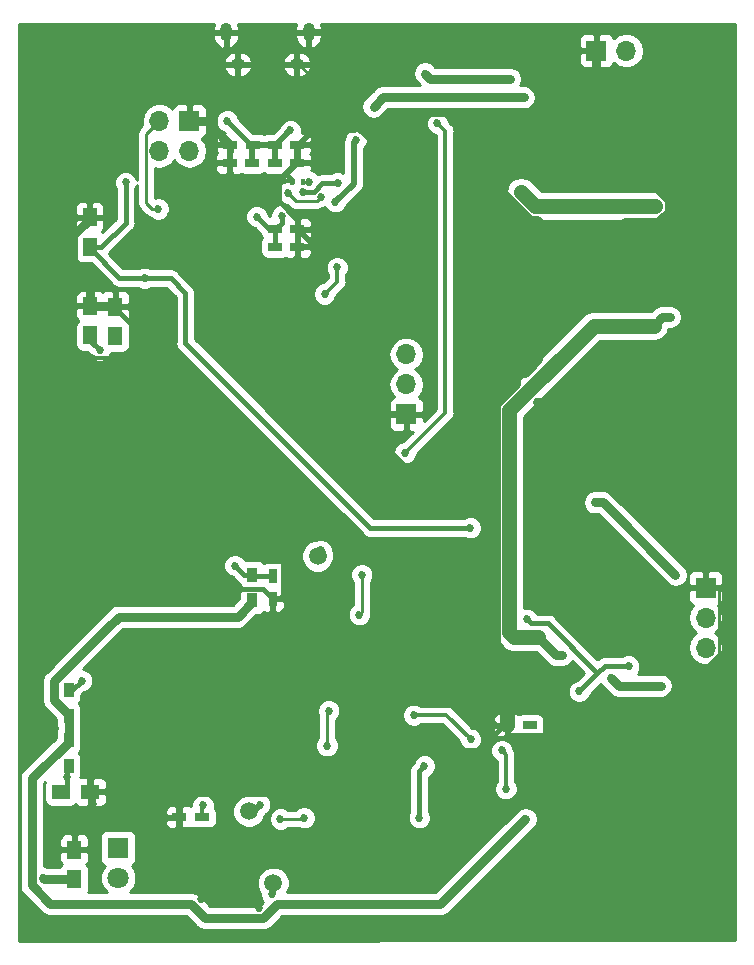
<source format=gbl>
G04 #@! TF.GenerationSoftware,KiCad,Pcbnew,5.0.1*
G04 #@! TF.CreationDate,2018-12-04T21:14:06-05:00*
G04 #@! TF.ProjectId,receiver,72656365697665722E6B696361645F70,rev?*
G04 #@! TF.SameCoordinates,Original*
G04 #@! TF.FileFunction,Copper,L2,Bot,Signal*
G04 #@! TF.FilePolarity,Positive*
%FSLAX46Y46*%
G04 Gerber Fmt 4.6, Leading zero omitted, Abs format (unit mm)*
G04 Created by KiCad (PCBNEW 5.0.1) date Tue 04 Dec 2018 09:14:06 PM EST*
%MOMM*%
%LPD*%
G01*
G04 APERTURE LIST*
G04 #@! TA.AperFunction,BGAPad,CuDef*
%ADD10C,1.500000*%
G04 #@! TD*
G04 #@! TA.AperFunction,SMDPad,CuDef*
%ADD11R,1.200000X0.750000*%
G04 #@! TD*
G04 #@! TA.AperFunction,SMDPad,CuDef*
%ADD12R,0.750000X1.200000*%
G04 #@! TD*
G04 #@! TA.AperFunction,SMDPad,CuDef*
%ADD13R,1.250000X1.500000*%
G04 #@! TD*
G04 #@! TA.AperFunction,SMDPad,CuDef*
%ADD14R,1.500000X1.250000*%
G04 #@! TD*
G04 #@! TA.AperFunction,ComponentPad*
%ADD15C,1.800000*%
G04 #@! TD*
G04 #@! TA.AperFunction,ComponentPad*
%ADD16R,1.800000X1.800000*%
G04 #@! TD*
G04 #@! TA.AperFunction,SMDPad,CuDef*
%ADD17R,0.400000X0.600000*%
G04 #@! TD*
G04 #@! TA.AperFunction,SMDPad,CuDef*
%ADD18R,0.900000X1.200000*%
G04 #@! TD*
G04 #@! TA.AperFunction,ComponentPad*
%ADD19O,1.700000X1.700000*%
G04 #@! TD*
G04 #@! TA.AperFunction,ComponentPad*
%ADD20R,1.700000X1.700000*%
G04 #@! TD*
G04 #@! TA.AperFunction,ComponentPad*
%ADD21O,1.250000X0.950000*%
G04 #@! TD*
G04 #@! TA.AperFunction,ComponentPad*
%ADD22O,1.000000X1.550000*%
G04 #@! TD*
G04 #@! TA.AperFunction,ViaPad*
%ADD23C,0.685800*%
G04 #@! TD*
G04 #@! TA.AperFunction,Conductor*
%ADD24C,0.508000*%
G04 #@! TD*
G04 #@! TA.AperFunction,Conductor*
%ADD25C,0.254000*%
G04 #@! TD*
G04 #@! TA.AperFunction,Conductor*
%ADD26C,0.762000*%
G04 #@! TD*
G04 #@! TA.AperFunction,Conductor*
%ADD27C,0.330200*%
G04 #@! TD*
G04 #@! TA.AperFunction,Conductor*
%ADD28C,0.381000*%
G04 #@! TD*
G04 #@! TA.AperFunction,Conductor*
%ADD29C,0.304800*%
G04 #@! TD*
G04 #@! TA.AperFunction,Conductor*
%ADD30C,1.270000*%
G04 #@! TD*
G04 #@! TA.AperFunction,Conductor*
%ADD31C,0.152400*%
G04 #@! TD*
G04 APERTURE END LIST*
D10*
G04 #@! TO.P,TP208,1*
G04 #@! TO.N,Net-(C228-Pad2)*
X53600000Y-159500000D03*
G04 #@! TD*
G04 #@! TO.P,TP202,1*
G04 #@! TO.N,/Photodiode/+1V0*
X49850000Y-187175000D03*
G04 #@! TD*
G04 #@! TO.P,TP207,1*
G04 #@! TO.N,Net-(C219-Pad2)*
X47775000Y-181100000D03*
G04 #@! TD*
D11*
G04 #@! TO.P,C227,1*
G04 #@! TO.N,Net-(C226-Pad1)*
X71550000Y-173800000D03*
G04 #@! TO.P,C227,2*
G04 #@! TO.N,GND*
X69650000Y-173800000D03*
G04 #@! TD*
D12*
G04 #@! TO.P,C238,2*
G04 #@! TO.N,GND*
X49800000Y-163100000D03*
G04 #@! TO.P,C238,1*
G04 #@! TO.N,Net-(C237-Pad1)*
X49800000Y-161200000D03*
G04 #@! TD*
D11*
G04 #@! TO.P,C235,2*
G04 #@! TO.N,GND*
X41900000Y-181600000D03*
G04 #@! TO.P,C235,1*
G04 #@! TO.N,Net-(C234-Pad1)*
X43800000Y-181600000D03*
G04 #@! TD*
G04 #@! TO.P,C302,1*
G04 #@! TO.N,/Digital/+3V3*
X50000000Y-133300000D03*
G04 #@! TO.P,C302,2*
G04 #@! TO.N,GND*
X51900000Y-133300000D03*
G04 #@! TD*
G04 #@! TO.P,C309,1*
G04 #@! TO.N,/Digital/+3V3*
X48100000Y-124650000D03*
G04 #@! TO.P,C309,2*
G04 #@! TO.N,GND*
X46200000Y-124650000D03*
G04 #@! TD*
G04 #@! TO.P,C308,2*
G04 #@! TO.N,GND*
X46150000Y-126200000D03*
G04 #@! TO.P,C308,1*
G04 #@! TO.N,/Digital/+3V3*
X48050000Y-126200000D03*
G04 #@! TD*
G04 #@! TO.P,C307,1*
G04 #@! TO.N,/Digital/+3V3*
X50000000Y-124650000D03*
G04 #@! TO.P,C307,2*
G04 #@! TO.N,GND*
X51900000Y-124650000D03*
G04 #@! TD*
G04 #@! TO.P,C305,1*
G04 #@! TO.N,/Digital/+3V3*
X50000000Y-126200000D03*
G04 #@! TO.P,C305,2*
G04 #@! TO.N,GND*
X51900000Y-126200000D03*
G04 #@! TD*
G04 #@! TO.P,C301,2*
G04 #@! TO.N,GND*
X51900000Y-131800000D03*
G04 #@! TO.P,C301,1*
G04 #@! TO.N,/Digital/+3V3*
X50000000Y-131800000D03*
G04 #@! TD*
D13*
G04 #@! TO.P,C203,2*
G04 #@! TO.N,GND*
X33000000Y-184350000D03*
G04 #@! TO.P,C203,1*
G04 #@! TO.N,Net-(C203-Pad1)*
X33000000Y-186850000D03*
G04 #@! TD*
D14*
G04 #@! TO.P,C205,1*
G04 #@! TO.N,Net-(C205-Pad1)*
X31864491Y-179453465D03*
G04 #@! TO.P,C205,2*
G04 #@! TO.N,GND*
X34364491Y-179453465D03*
G04 #@! TD*
D13*
G04 #@! TO.P,C319,2*
G04 #@! TO.N,GND*
X34300000Y-130800000D03*
G04 #@! TO.P,C319,1*
G04 #@! TO.N,/Digital/+3V3*
X34300000Y-133300000D03*
G04 #@! TD*
G04 #@! TO.P,C314,1*
G04 #@! TO.N,/Digital/+3V3A*
X34358196Y-140809047D03*
G04 #@! TO.P,C314,2*
G04 #@! TO.N,GND*
X34358196Y-138309047D03*
G04 #@! TD*
G04 #@! TO.P,C315,2*
G04 #@! TO.N,GND*
X36458196Y-138359047D03*
G04 #@! TO.P,C315,1*
G04 #@! TO.N,/Digital/+3V3A*
X36458196Y-140859047D03*
G04 #@! TD*
D15*
G04 #@! TO.P,D203,2*
G04 #@! TO.N,Net-(D201-Pad2)*
X36714491Y-186743465D03*
D16*
G04 #@! TO.P,D203,1*
G04 #@! TO.N,Net-(C210-Pad1)*
X36714491Y-184203465D03*
G04 #@! TD*
D17*
G04 #@! TO.P,R311,1*
G04 #@! TO.N,/Digital/ADC_MOSI*
X52350000Y-127800000D03*
G04 #@! TO.P,R311,2*
G04 #@! TO.N,GND*
X51450000Y-127800000D03*
G04 #@! TD*
D18*
G04 #@! TO.P,R209,2*
G04 #@! TO.N,Net-(C205-Pad1)*
X32514491Y-177253465D03*
G04 #@! TO.P,R209,1*
G04 #@! TO.N,/Photodiode/+10V*
X32514491Y-175053465D03*
G04 #@! TD*
G04 #@! TO.P,R214,1*
G04 #@! TO.N,/Photodiode/+10V*
X32514491Y-173053465D03*
G04 #@! TO.P,R214,2*
G04 #@! TO.N,Net-(C211-Pad1)*
X32514491Y-170853465D03*
G04 #@! TD*
G04 #@! TO.P,R239,2*
G04 #@! TO.N,Net-(C237-Pad1)*
X48050000Y-161050000D03*
G04 #@! TO.P,R239,1*
G04 #@! TO.N,/Photodiode/+10V*
X48050000Y-163250000D03*
G04 #@! TD*
D19*
G04 #@! TO.P,J101,2*
G04 #@! TO.N,Net-(D103-Pad2)*
X79740000Y-116700000D03*
D20*
G04 #@! TO.P,J101,1*
G04 #@! TO.N,GND*
X77200000Y-116700000D03*
G04 #@! TD*
G04 #@! TO.P,J301,1*
G04 #@! TO.N,GND*
X61100000Y-147500000D03*
D19*
G04 #@! TO.P,J301,2*
G04 #@! TO.N,Net-(J301-Pad2)*
X61100000Y-144960000D03*
G04 #@! TO.P,J301,3*
G04 #@! TO.N,Net-(J301-Pad3)*
X61100000Y-142420000D03*
G04 #@! TD*
G04 #@! TO.P,J303,3*
G04 #@! TO.N,/Digital/+3V3*
X86450000Y-167230000D03*
G04 #@! TO.P,J303,2*
G04 #@! TO.N,Net-(J303-Pad2)*
X86450000Y-164690000D03*
D20*
G04 #@! TO.P,J303,1*
G04 #@! TO.N,GND*
X86450000Y-162150000D03*
G04 #@! TD*
D19*
G04 #@! TO.P,J302,4*
G04 #@! TO.N,/Digital/STM32_SWDIO*
X40210000Y-125190000D03*
G04 #@! TO.P,J302,3*
G04 #@! TO.N,/Digital/STM32_SWCLK*
X42750000Y-125190000D03*
G04 #@! TO.P,J302,2*
G04 #@! TO.N,/Digital/STM32_NRST*
X40210000Y-122650000D03*
D20*
G04 #@! TO.P,J302,1*
G04 #@! TO.N,GND*
X42750000Y-122650000D03*
G04 #@! TD*
D21*
G04 #@! TO.P,J304,6*
G04 #@! TO.N,GND*
X46850000Y-117850000D03*
X51850000Y-117850000D03*
D22*
X45850000Y-115150000D03*
X52850000Y-115150000D03*
G04 #@! TD*
D23*
G04 #@! TO.N,GND*
X50500000Y-179600000D03*
X50500000Y-174600000D03*
X45250000Y-176250000D03*
X50300000Y-127700000D03*
X53200000Y-123450000D03*
X58350000Y-125050000D03*
X34300000Y-130800000D03*
X53150000Y-119950000D03*
X41800000Y-182650000D03*
X34550000Y-180500000D03*
X46600000Y-162800000D03*
X34300000Y-138300000D03*
X40600000Y-141650000D03*
X40450000Y-140600000D03*
X38300000Y-149550000D03*
X29200000Y-151150000D03*
X47650000Y-135250000D03*
X64700000Y-175900000D03*
X50712103Y-162999099D03*
X73500000Y-184400000D03*
X73800000Y-185950000D03*
X73900000Y-187450000D03*
X51250000Y-135950000D03*
X69650000Y-173800000D03*
X76550000Y-174650000D03*
X79400000Y-174700000D03*
X63750000Y-180550000D03*
X61600000Y-184500000D03*
X66300000Y-184500000D03*
X60100000Y-177800000D03*
X62050000Y-171500000D03*
X81750000Y-180250000D03*
X77400000Y-163250000D03*
X62150000Y-123450000D03*
X71050000Y-123650000D03*
X79750000Y-131500000D03*
X42200000Y-166000000D03*
X41850000Y-163400000D03*
X39200000Y-165950000D03*
X38300000Y-155506000D03*
X42444000Y-159650000D03*
X54500000Y-155750000D03*
X28750000Y-146700000D03*
X41250000Y-137600000D03*
X46200000Y-131250000D03*
X34500000Y-142700000D03*
X30100000Y-144250000D03*
X38300000Y-143900000D03*
X44800000Y-137300000D03*
X83700000Y-145700000D03*
X72200000Y-146450000D03*
X73050000Y-131850000D03*
X68900000Y-131650000D03*
X72050000Y-142750000D03*
X74450000Y-134400000D03*
X76250000Y-133450000D03*
X70150000Y-143750000D03*
X62750000Y-153700000D03*
X88400000Y-186000000D03*
X86450000Y-176800000D03*
X52000000Y-170050000D03*
X42014491Y-186503465D03*
X43714491Y-186503465D03*
X43750000Y-188500000D03*
X48650000Y-189250000D03*
X54700000Y-187650000D03*
X54600000Y-186000000D03*
X53200000Y-184200000D03*
X35014491Y-172903465D03*
X50100000Y-151450000D03*
X53700000Y-148250000D03*
X66200000Y-155700000D03*
X84150000Y-151250000D03*
X77300000Y-146450000D03*
X85700000Y-154900000D03*
X85900000Y-156750000D03*
X87150000Y-151400000D03*
X75850000Y-144750000D03*
X57500000Y-152050000D03*
X60900000Y-151850000D03*
X55350000Y-133100000D03*
X60400000Y-165600000D03*
X64200000Y-168350000D03*
G04 #@! TO.N,+5V_USB*
X69900000Y-119100000D03*
X62700000Y-118650000D03*
X61000000Y-150750000D03*
X63750000Y-122850000D03*
G04 #@! TO.N,/+5V*
X82150000Y-129850000D03*
X70850000Y-128650000D03*
G04 #@! TO.N,-12V*
X83900000Y-161100000D03*
X77100000Y-154950000D03*
G04 #@! TO.N,Net-(C228-Pad2)*
X53900000Y-159000000D03*
G04 #@! TO.N,Net-(C237-Pad1)*
X46600000Y-160300000D03*
G04 #@! TO.N,Net-(C226-Pad1)*
X71550000Y-173800000D03*
G04 #@! TO.N,/Digital/GAIN_ADC*
X75750000Y-170950000D03*
X79950000Y-168800000D03*
X71350000Y-164850000D03*
G04 #@! TO.N,/Photodiode/+5V0_PWR*
X61750000Y-172950000D03*
X66550000Y-175000000D03*
G04 #@! TO.N,Net-(Q205-Pad1)*
X69550000Y-179200000D03*
X69200000Y-175950000D03*
G04 #@! TO.N,/Digital/STM32_NRST*
X40100000Y-130100000D03*
G04 #@! TO.N,/Digital/+3V3*
X51300000Y-123450000D03*
X58350000Y-121450000D03*
X71050000Y-120650000D03*
X34300000Y-133300000D03*
X38950000Y-135950000D03*
X50550000Y-130700000D03*
X45950000Y-122650000D03*
X37350000Y-127850000D03*
X48450000Y-130750000D03*
X66545157Y-157104843D03*
X55100000Y-129500000D03*
X56850000Y-124250000D03*
G04 #@! TO.N,/Digital/ADC_NSS*
X55250000Y-135050000D03*
X54200000Y-137300000D03*
G04 #@! TO.N,/Digital/ADC_SCK*
X51100000Y-128750000D03*
X53876118Y-129050690D03*
G04 #@! TO.N,/Digital/ADC_MOSI*
X52900000Y-127800000D03*
G04 #@! TO.N,/ANALOG_EN*
X55300000Y-127900000D03*
X52350000Y-128644279D03*
G04 #@! TO.N,/Digital/+3V3A*
X36458196Y-140859047D03*
X35150000Y-142050000D03*
G04 #@! TO.N,+12V*
X82650000Y-170450000D03*
X78450000Y-169800000D03*
X74300000Y-167850000D03*
X72250000Y-166350000D03*
X82050000Y-140000000D03*
X83400000Y-139250000D03*
G04 #@! TO.N,Net-(C219-Pad2)*
X48714491Y-180525000D03*
G04 #@! TO.N,Net-(C234-Pad1)*
X43900000Y-180600000D03*
G04 #@! TO.N,Net-(C205-Pad1)*
X32350000Y-178200000D03*
G04 #@! TO.N,/Photodiode/REF_5V0*
X62650000Y-177250000D03*
X62195302Y-181650000D03*
G04 #@! TO.N,/Photodiode/+10V*
X71200000Y-181750000D03*
X32350000Y-188950000D03*
X35757834Y-165600000D03*
G04 #@! TO.N,Net-(C203-Pad1)*
X30314491Y-186753465D03*
G04 #@! TO.N,/Photodiode/+2V5*
X50450000Y-181750000D03*
X52450000Y-181650000D03*
X54400000Y-175550000D03*
X54550000Y-172600000D03*
X57350000Y-161050000D03*
X57112505Y-164463387D03*
G04 #@! TO.N,Net-(C211-Pad1)*
X33650000Y-170050000D03*
G04 #@! TO.N,/Photodiode/+1V0*
X49700000Y-188100000D03*
G04 #@! TD*
D24*
G04 #@! TO.N,GND*
X46200000Y-126150000D02*
X46150000Y-126200000D01*
X46200000Y-124650000D02*
X46200000Y-126150000D01*
X46767000Y-127700000D02*
X49815067Y-127700000D01*
X46150000Y-127083000D02*
X46767000Y-127700000D01*
X49815067Y-127700000D02*
X50300000Y-127700000D01*
X46150000Y-126200000D02*
X46150000Y-127083000D01*
X50300000Y-127700000D02*
X50400000Y-127700000D01*
X51900000Y-126200000D02*
X51900000Y-124650000D01*
X51900000Y-124650000D02*
X52000000Y-124650000D01*
X52000000Y-124650000D02*
X53200000Y-123450000D01*
X57042000Y-123242000D02*
X58350000Y-124550000D01*
X56958000Y-123242000D02*
X57042000Y-123242000D01*
X56750000Y-123450000D02*
X56958000Y-123242000D01*
X53200000Y-123450000D02*
X56750000Y-123450000D01*
D25*
X52000000Y-117850000D02*
X51850000Y-117850000D01*
X53150000Y-119000000D02*
X52000000Y-117850000D01*
X53150000Y-119950000D02*
X53150000Y-119000000D01*
D26*
X44200000Y-122650000D02*
X46200000Y-124650000D01*
X42750000Y-122650000D02*
X44200000Y-122650000D01*
D27*
X41800000Y-181700000D02*
X41900000Y-181600000D01*
X41800000Y-182650000D02*
X41800000Y-181700000D01*
D28*
X34550000Y-179638974D02*
X34364491Y-179453465D01*
X34550000Y-180500000D02*
X34550000Y-179638974D01*
X49007099Y-162307099D02*
X47092901Y-162307099D01*
X49800000Y-163100000D02*
X49007099Y-162307099D01*
X47092901Y-162307099D02*
X46600000Y-162800000D01*
X40600000Y-140750000D02*
X40450000Y-140600000D01*
X40600000Y-141650000D02*
X40600000Y-140750000D01*
X36458196Y-138484047D02*
X36458196Y-138359047D01*
X38574149Y-140600000D02*
X36458196Y-138484047D01*
X40450000Y-140600000D02*
X38574149Y-140600000D01*
X45594000Y-162800000D02*
X46600000Y-162800000D01*
X29200000Y-151150000D02*
X35200000Y-151150000D01*
X35200000Y-151150000D02*
X38300000Y-154250000D01*
X38300000Y-149550000D02*
X38300000Y-154250000D01*
X38300000Y-154250000D02*
X38300000Y-155506000D01*
X49800000Y-163100000D02*
X50611202Y-163100000D01*
X50611202Y-163100000D02*
X50712103Y-162999099D01*
X79350000Y-174650000D02*
X79400000Y-174700000D01*
X76550000Y-174650000D02*
X79350000Y-174650000D01*
X69650000Y-174556000D02*
X69650000Y-173800000D01*
X69744000Y-174650000D02*
X69650000Y-174556000D01*
X76550000Y-174650000D02*
X69744000Y-174650000D01*
X69425000Y-173800000D02*
X69650000Y-173800000D01*
X67325000Y-175900000D02*
X69425000Y-173800000D01*
X63750000Y-176094000D02*
X63944000Y-175900000D01*
X63750000Y-180550000D02*
X63750000Y-176094000D01*
X63750000Y-180550000D02*
X63750000Y-182350000D01*
X63750000Y-182350000D02*
X61600000Y-184500000D01*
X66300000Y-183744000D02*
X67050000Y-182994000D01*
X67050000Y-182994000D02*
X67050000Y-175900000D01*
X66300000Y-184500000D02*
X66300000Y-183744000D01*
X64700000Y-175900000D02*
X67050000Y-175900000D01*
X67050000Y-175900000D02*
X67325000Y-175900000D01*
X63944000Y-175900000D02*
X64700000Y-175900000D01*
X62125000Y-175900000D02*
X63944000Y-175900000D01*
X60225000Y-177800000D02*
X62125000Y-175900000D01*
X60100000Y-177800000D02*
X60225000Y-177800000D01*
X68669000Y-173800000D02*
X69650000Y-173800000D01*
X66711899Y-171842899D02*
X68669000Y-173800000D01*
X62050000Y-171500000D02*
X62392899Y-171842899D01*
X73500000Y-184400000D02*
X76550000Y-181350000D01*
X73800000Y-184100000D02*
X76550000Y-181350000D01*
X73800000Y-185950000D02*
X73800000Y-184100000D01*
X73900000Y-184000000D02*
X76550000Y-181350000D01*
X73900000Y-187450000D02*
X73900000Y-184000000D01*
X77194000Y-176700000D02*
X76550000Y-176700000D01*
X80744000Y-180250000D02*
X77194000Y-176700000D01*
X81750000Y-180250000D02*
X80744000Y-180250000D01*
X76550000Y-181350000D02*
X76550000Y-176700000D01*
X76550000Y-176700000D02*
X76550000Y-174650000D01*
D25*
X87554000Y-162150000D02*
X86450000Y-162150000D01*
X87579401Y-167772113D02*
X87579401Y-162175401D01*
X86451514Y-168900000D02*
X87579401Y-167772113D01*
X87579401Y-162175401D02*
X87554000Y-162150000D01*
D26*
X34358196Y-136797047D02*
X34358196Y-138309047D01*
X32913000Y-135351851D02*
X34358196Y-136797047D01*
X32913000Y-132312000D02*
X32913000Y-135351851D01*
X34300000Y-130925000D02*
X32913000Y-132312000D01*
X34300000Y-130800000D02*
X34300000Y-130925000D01*
X36399149Y-138300000D02*
X36458196Y-138359047D01*
X34300000Y-138300000D02*
X36399149Y-138300000D01*
D24*
X71050000Y-123650000D02*
X71050000Y-122850000D01*
X71050000Y-122850000D02*
X72350000Y-121550000D01*
X72350000Y-121550000D02*
X72350000Y-118650000D01*
X68850000Y-115150000D02*
X52850000Y-115150000D01*
X72350000Y-118650000D02*
X68850000Y-115150000D01*
D28*
X41850000Y-163400000D02*
X42192899Y-163057101D01*
X38300000Y-155506000D02*
X42144000Y-159350000D01*
X42192899Y-159398899D02*
X42144000Y-159350000D01*
X42192899Y-163057101D02*
X42192899Y-159398899D01*
X42150000Y-165950000D02*
X42200000Y-166000000D01*
X39200000Y-165950000D02*
X42150000Y-165950000D01*
X42144000Y-159350000D02*
X42444000Y-159650000D01*
X42444000Y-159650000D02*
X45594000Y-162800000D01*
X50712103Y-159537897D02*
X50712103Y-162999099D01*
X54500000Y-155750000D02*
X50712103Y-159537897D01*
X31600000Y-149550000D02*
X38300000Y-149550000D01*
X28750000Y-146700000D02*
X31600000Y-149550000D01*
X51900000Y-131800000D02*
X51900000Y-133300000D01*
X50300000Y-128184933D02*
X50300000Y-127700000D01*
X50300000Y-129444000D02*
X50300000Y-128184933D01*
X51900000Y-131044000D02*
X50300000Y-129444000D01*
X51900000Y-131800000D02*
X51900000Y-131044000D01*
X51450000Y-127650000D02*
X50950000Y-127150000D01*
X51450000Y-127800000D02*
X51450000Y-127650000D01*
D24*
X50400000Y-127700000D02*
X50950000Y-127150000D01*
X50950000Y-127150000D02*
X51900000Y-126200000D01*
D28*
X36458196Y-138359047D02*
X40490953Y-138359047D01*
X40490953Y-138359047D02*
X41250000Y-137600000D01*
X46542899Y-130907101D02*
X46542899Y-127924101D01*
X46542899Y-127924101D02*
X46767000Y-127700000D01*
X46200000Y-131250000D02*
X46542899Y-130907101D01*
D29*
X34500000Y-142700000D02*
X32950000Y-144250000D01*
X32950000Y-144250000D02*
X30100000Y-144250000D01*
X37100000Y-142700000D02*
X34500000Y-142700000D01*
X38300000Y-143900000D02*
X37100000Y-142700000D01*
D24*
X71050000Y-123650000D02*
X69500698Y-122100698D01*
X62607302Y-122100698D02*
X59658000Y-125050000D01*
X59658000Y-125050000D02*
X58350000Y-125050000D01*
X69500698Y-122100698D02*
X62607302Y-122100698D01*
D28*
X45600000Y-137300000D02*
X47650000Y-135250000D01*
X44800000Y-137300000D02*
X45600000Y-137300000D01*
X50706000Y-135250000D02*
X48134933Y-135250000D01*
X48134933Y-135250000D02*
X47650000Y-135250000D01*
X51900000Y-134056000D02*
X50706000Y-135250000D01*
X51900000Y-133300000D02*
X51900000Y-134056000D01*
D26*
X83700000Y-145700000D02*
X82950000Y-146450000D01*
X82950000Y-146450000D02*
X79500000Y-146450000D01*
D28*
X72850000Y-131650000D02*
X73050000Y-131850000D01*
X68900000Y-131650000D02*
X72850000Y-131650000D01*
D30*
X72050000Y-142750000D02*
X72050000Y-136800000D01*
X72050000Y-136800000D02*
X74450000Y-134400000D01*
D26*
X77200000Y-118312000D02*
X75250000Y-120262000D01*
X77200000Y-116700000D02*
X77200000Y-118312000D01*
X75250000Y-120262000D02*
X75250000Y-121400000D01*
X72218409Y-131018409D02*
X73050000Y-131850000D01*
X69200000Y-128652380D02*
X71566029Y-131018409D01*
X71566029Y-131018409D02*
X72218409Y-131018409D01*
X69200000Y-127450000D02*
X69200000Y-128652380D01*
D30*
X75400000Y-133450000D02*
X74450000Y-134400000D01*
X76250000Y-133450000D02*
X75400000Y-133450000D01*
X76861591Y-122550000D02*
X74100000Y-122550000D01*
D26*
X74100000Y-122550000D02*
X69200000Y-127450000D01*
X75250000Y-121400000D02*
X74100000Y-122550000D01*
D30*
X79750000Y-131500000D02*
X82511591Y-131500000D01*
X83572410Y-130439181D02*
X83572410Y-129260819D01*
X82511591Y-131500000D02*
X83572410Y-130439181D01*
X83572410Y-129260819D02*
X76861591Y-122550000D01*
X71050000Y-143750000D02*
X72050000Y-142750000D01*
X70150000Y-143750000D02*
X71050000Y-143750000D01*
X68427590Y-146558437D02*
X68427590Y-168077590D01*
X70150000Y-143750000D02*
X70150000Y-144836028D01*
X70150000Y-144836028D02*
X68427590Y-146558437D01*
X69650000Y-169300000D02*
X69650000Y-173800000D01*
X68427590Y-168077590D02*
X69650000Y-169300000D01*
X79400000Y-174700000D02*
X81450000Y-174700000D01*
X84250000Y-171900000D02*
X84250000Y-168900000D01*
X81450000Y-174700000D02*
X84250000Y-171900000D01*
D25*
X84250000Y-168900000D02*
X86451514Y-168900000D01*
D30*
X83050000Y-168900000D02*
X77400000Y-163250000D01*
X84250000Y-168900000D02*
X83050000Y-168900000D01*
D24*
X46350000Y-137300000D02*
X44800000Y-137300000D01*
X49800000Y-167850000D02*
X49800000Y-163100000D01*
X52000000Y-170050000D02*
X49800000Y-167850000D01*
X52000000Y-173100000D02*
X50500000Y-174600000D01*
X52000000Y-170050000D02*
X52000000Y-173100000D01*
X44117000Y-176250000D02*
X45250000Y-176250000D01*
X41900000Y-178467000D02*
X44117000Y-176250000D01*
X50500000Y-179600000D02*
X42950000Y-179600000D01*
X42950000Y-179600000D02*
X41900000Y-180650000D01*
X41900000Y-181600000D02*
X41900000Y-180650000D01*
X41900000Y-180650000D02*
X41900000Y-178467000D01*
X50500000Y-174600000D02*
X50500000Y-179600000D01*
X41800000Y-182650000D02*
X41800000Y-186288974D01*
X41800000Y-186288974D02*
X42014491Y-186503465D01*
X43714491Y-188464491D02*
X43750000Y-188500000D01*
X47900000Y-188500000D02*
X48650000Y-189250000D01*
X54600000Y-186000000D02*
X54000000Y-185400000D01*
X54000000Y-185400000D02*
X52450000Y-185400000D01*
X54700000Y-187650000D02*
X52450000Y-185400000D01*
X52092000Y-184200000D02*
X51892000Y-184000000D01*
X53200000Y-184200000D02*
X52092000Y-184200000D01*
X52450000Y-185400000D02*
X51050000Y-184000000D01*
X51892000Y-184000000D02*
X51050000Y-184000000D01*
X51050000Y-184000000D02*
X49700000Y-182650000D01*
X43714491Y-185395465D02*
X44300000Y-184809956D01*
X44300000Y-184809956D02*
X44300000Y-182650000D01*
X43714491Y-186503465D02*
X43714491Y-185395465D01*
X44300000Y-182650000D02*
X41800000Y-182650000D01*
X45700000Y-188500000D02*
X45700000Y-182650000D01*
X45700000Y-182650000D02*
X44300000Y-182650000D01*
X49700000Y-182650000D02*
X45700000Y-182650000D01*
X43750000Y-188500000D02*
X45700000Y-188500000D01*
X45700000Y-188500000D02*
X47900000Y-188500000D01*
X34364491Y-173553465D02*
X35014491Y-172903465D01*
X34364491Y-179453465D02*
X34364491Y-173553465D01*
X34133000Y-184350000D02*
X33000000Y-184350000D01*
X34550000Y-183933000D02*
X34133000Y-184350000D01*
X34550000Y-180500000D02*
X34550000Y-183933000D01*
X40636465Y-179453465D02*
X41900000Y-180717000D01*
X41900000Y-180717000D02*
X41900000Y-181600000D01*
X34364491Y-179453465D02*
X40636465Y-179453465D01*
X59742000Y-147500000D02*
X57200000Y-144958000D01*
X61100000Y-147500000D02*
X59742000Y-147500000D01*
X58350000Y-143808000D02*
X58350000Y-125050000D01*
X57200000Y-144958000D02*
X58350000Y-143808000D01*
D29*
X54400000Y-155750000D02*
X54500000Y-155750000D01*
X50100000Y-151450000D02*
X54400000Y-155750000D01*
X61150000Y-155700000D02*
X66200000Y-155700000D01*
D30*
X81750000Y-180250000D02*
X83000000Y-180250000D01*
X88400000Y-185515067D02*
X85150000Y-182265067D01*
X85150000Y-182265067D02*
X85150000Y-178100000D01*
X88400000Y-186000000D02*
X88400000Y-185515067D01*
X83000000Y-180250000D02*
X85150000Y-178100000D01*
X85150000Y-178100000D02*
X86450000Y-176800000D01*
D26*
X79500000Y-146450000D02*
X77300000Y-146450000D01*
X77300000Y-146450000D02*
X72200000Y-146450000D01*
X83700000Y-150800000D02*
X84150000Y-151250000D01*
X83700000Y-145700000D02*
X83700000Y-150800000D01*
X84150000Y-151250000D02*
X84150000Y-153350000D01*
X85900000Y-156750000D02*
X85557101Y-156407101D01*
X85557101Y-154757101D02*
X85200000Y-154400000D01*
X85557101Y-156407101D02*
X85557101Y-154757101D01*
X84150000Y-153350000D02*
X85200000Y-154400000D01*
X85200000Y-154400000D02*
X85700000Y-154900000D01*
X84300000Y-151400000D02*
X84150000Y-151250000D01*
X87150000Y-151400000D02*
X84300000Y-151400000D01*
D30*
X77300000Y-146200000D02*
X75850000Y-144750000D01*
X77300000Y-146450000D02*
X77300000Y-146200000D01*
D29*
X53700000Y-148250000D02*
X57500000Y-152050000D01*
X57500000Y-152050000D02*
X61150000Y-155700000D01*
D24*
X62750000Y-153700000D02*
X60900000Y-151850000D01*
X60900000Y-151850000D02*
X46350000Y-137300000D01*
X53200000Y-133100000D02*
X51900000Y-131800000D01*
X55350000Y-133100000D02*
X53200000Y-133100000D01*
X51055002Y-163341998D02*
X53691998Y-163341998D01*
X50712103Y-162999099D02*
X51055002Y-163341998D01*
X53691998Y-163341998D02*
X55950000Y-165600000D01*
X55950000Y-165600000D02*
X60400000Y-165600000D01*
X64200000Y-168834933D02*
X64900000Y-169534933D01*
X64900000Y-169534933D02*
X64900000Y-171842899D01*
D28*
X62392899Y-171842899D02*
X64900000Y-171842899D01*
D24*
X64200000Y-168350000D02*
X64200000Y-168834933D01*
D28*
X64900000Y-171842899D02*
X66711899Y-171842899D01*
D26*
G04 #@! TO.N,+5V_USB*
X69900000Y-119100000D02*
X63150000Y-119100000D01*
X63150000Y-119100000D02*
X62700000Y-118650000D01*
D29*
X61000000Y-150750000D02*
X64400000Y-147350000D01*
X64400000Y-147350000D02*
X64400000Y-123500000D01*
X64400000Y-123500000D02*
X63750000Y-122850000D01*
D30*
G04 #@! TO.N,/+5V*
X82150000Y-129850000D02*
X72050000Y-129850000D01*
X72050000Y-129850000D02*
X70850000Y-128650000D01*
D26*
G04 #@! TO.N,-12V*
X83900000Y-161100000D02*
X77750000Y-154950000D01*
X77750000Y-154950000D02*
X77100000Y-154950000D01*
D31*
G04 #@! TO.N,Net-(C228-Pad2)*
X53600000Y-159500000D02*
X53600000Y-159300000D01*
X53600000Y-159300000D02*
X53900000Y-159000000D01*
D28*
G04 #@! TO.N,Net-(C237-Pad1)*
X48050000Y-161050000D02*
X47350000Y-161050000D01*
X48200000Y-161200000D02*
X48050000Y-161050000D01*
X49800000Y-161200000D02*
X48200000Y-161200000D01*
X47350000Y-161050000D02*
X46600000Y-160300000D01*
G04 #@! TO.N,/Digital/GAIN_ADC*
X77900000Y-168800000D02*
X79950000Y-168800000D01*
X73092899Y-165192899D02*
X77300000Y-169400000D01*
X71692899Y-165192899D02*
X73092899Y-165192899D01*
X71350000Y-164850000D02*
X71692899Y-165192899D01*
X75750000Y-170950000D02*
X77300000Y-169400000D01*
X77300000Y-169400000D02*
X77900000Y-168800000D01*
D29*
G04 #@! TO.N,/Photodiode/+5V0_PWR*
X64500000Y-172950000D02*
X61750000Y-172950000D01*
X66550000Y-175000000D02*
X64500000Y-172950000D01*
G04 #@! TO.N,Net-(Q205-Pad1)*
X69550000Y-179200000D02*
X69550000Y-176300000D01*
X69550000Y-176300000D02*
X69200000Y-175950000D01*
D25*
G04 #@! TO.N,/Digital/STM32_NRST*
X39360001Y-123499999D02*
X40210000Y-122650000D01*
X39080599Y-123779401D02*
X39360001Y-123499999D01*
X39615067Y-130100000D02*
X39080599Y-129565532D01*
X39080599Y-129565532D02*
X39080599Y-123779401D01*
X40100000Y-130100000D02*
X39615067Y-130100000D01*
D24*
G04 #@! TO.N,/Digital/+3V3*
X48050000Y-124700000D02*
X48100000Y-124650000D01*
X48050000Y-126200000D02*
X48050000Y-124700000D01*
X50000000Y-126200000D02*
X50000000Y-124650000D01*
X48100000Y-124650000D02*
X50000000Y-124650000D01*
X50000000Y-124650000D02*
X50100000Y-124650000D01*
X50100000Y-124650000D02*
X51300000Y-123450000D01*
D26*
X59150000Y-120650000D02*
X58350000Y-121450000D01*
X71050000Y-120650000D02*
X59150000Y-120650000D01*
D29*
X38950000Y-135950000D02*
X38950000Y-135800000D01*
D28*
X50000000Y-131800000D02*
X50000000Y-133300000D01*
X50550000Y-131250000D02*
X50000000Y-131800000D01*
X50550000Y-130700000D02*
X50550000Y-131250000D01*
X48100000Y-124650000D02*
X47875000Y-124650000D01*
X48100000Y-124650000D02*
X47950000Y-124650000D01*
X47950000Y-124650000D02*
X45950000Y-122650000D01*
X35306000Y-133300000D02*
X34300000Y-133300000D01*
X37350000Y-131256000D02*
X35306000Y-133300000D01*
X37350000Y-127850000D02*
X37350000Y-131256000D01*
X34300000Y-133425000D02*
X34300000Y-133300000D01*
X36825000Y-135950000D02*
X34300000Y-133425000D01*
X36825000Y-135950000D02*
X38950000Y-135950000D01*
X50000000Y-131800000D02*
X49500000Y-131800000D01*
X49500000Y-131800000D02*
X48450000Y-130750000D01*
X42400000Y-137200000D02*
X42400000Y-141450000D01*
X41150000Y-135950000D02*
X42400000Y-137200000D01*
X66060224Y-157104843D02*
X66545157Y-157104843D01*
X58054843Y-157104843D02*
X66060224Y-157104843D01*
X38950000Y-135950000D02*
X41150000Y-135950000D01*
D24*
X55100000Y-129500000D02*
X56650000Y-127950000D01*
X56650000Y-127950000D02*
X56650000Y-124450000D01*
X56650000Y-124450000D02*
X56850000Y-124250000D01*
D28*
X42400000Y-141450000D02*
X58054843Y-157104843D01*
D29*
G04 #@! TO.N,/Digital/ADC_NSS*
X55250000Y-135050000D02*
X55250000Y-136250000D01*
X55250000Y-136250000D02*
X54200000Y-137300000D01*
D25*
G04 #@! TO.N,/Digital/ADC_SCK*
X53533219Y-129393589D02*
X53876118Y-129050690D01*
X51743589Y-129393589D02*
X53533219Y-129393589D01*
X51100000Y-128750000D02*
X51743589Y-129393589D01*
G04 #@! TO.N,/Digital/ADC_MOSI*
X52900000Y-127800000D02*
X52350000Y-127800000D01*
D28*
G04 #@! TO.N,/ANALOG_EN*
X53267543Y-128644279D02*
X52834933Y-128644279D01*
X52834933Y-128644279D02*
X52350000Y-128644279D01*
X55300000Y-127900000D02*
X54011822Y-127900000D01*
X54011822Y-127900000D02*
X53267543Y-128644279D01*
G04 #@! TO.N,/Digital/+3V3A*
X34358196Y-141258196D02*
X35150000Y-142050000D01*
X34358196Y-140809047D02*
X34358196Y-141258196D01*
D26*
G04 #@! TO.N,+12V*
X82650000Y-170450000D02*
X79100000Y-170450000D01*
X79100000Y-170450000D02*
X78450000Y-169800000D01*
X74300000Y-167850000D02*
X73750000Y-167850000D01*
X73750000Y-167850000D02*
X72250000Y-166350000D01*
X82800000Y-139250000D02*
X82050000Y-140000000D01*
X83400000Y-139250000D02*
X82800000Y-139250000D01*
D30*
X70250000Y-166350000D02*
X71765067Y-166350000D01*
X71765067Y-166350000D02*
X72250000Y-166350000D01*
X69850000Y-165950000D02*
X70250000Y-166350000D01*
X69850000Y-147147618D02*
X69850000Y-165950000D01*
X82050000Y-140000000D02*
X76997618Y-140000000D01*
X76997618Y-140000000D02*
X69850000Y-147147618D01*
D28*
G04 #@! TO.N,Net-(C219-Pad2)*
X48139491Y-181100000D02*
X48714491Y-180525000D01*
X47775000Y-181100000D02*
X48139491Y-181100000D01*
D27*
G04 #@! TO.N,Net-(C234-Pad1)*
X43800000Y-181600000D02*
X43800000Y-180700000D01*
X43800000Y-180700000D02*
X43900000Y-180600000D01*
D28*
G04 #@! TO.N,Net-(C205-Pad1)*
X32350000Y-177417956D02*
X32514491Y-177253465D01*
X32350000Y-178200000D02*
X32350000Y-177417956D01*
X32350000Y-178967956D02*
X31864491Y-179453465D01*
X32350000Y-178200000D02*
X32350000Y-178967956D01*
G04 #@! TO.N,/Photodiode/REF_5V0*
X62650000Y-177250000D02*
X62195302Y-177704698D01*
X62195302Y-177704698D02*
X62195302Y-181650000D01*
D26*
G04 #@! TO.N,/Photodiode/+10V*
X32514491Y-175053465D02*
X32514491Y-173053465D01*
X29400081Y-178317875D02*
X29400081Y-187362081D01*
X29400081Y-187362081D02*
X30988000Y-188950000D01*
X30988000Y-188950000D02*
X32350000Y-188950000D01*
X32514491Y-175203465D02*
X29400081Y-178317875D01*
X32514491Y-175053465D02*
X32514491Y-175203465D01*
X32514491Y-173053465D02*
X32514491Y-172903465D01*
X36745834Y-164612000D02*
X46838000Y-164612000D01*
X46838000Y-164612000D02*
X48050000Y-163400000D01*
X48050000Y-163400000D02*
X48050000Y-163250000D01*
X31302491Y-171691465D02*
X31302491Y-170055343D01*
X32514491Y-172903465D02*
X31302491Y-171691465D01*
X31302491Y-170055343D02*
X35757834Y-165600000D01*
X35757834Y-165600000D02*
X36745834Y-164612000D01*
X42903072Y-188950000D02*
X44079374Y-190126302D01*
X44079374Y-190126302D02*
X49020626Y-190126302D01*
X32350000Y-188950000D02*
X42903072Y-188950000D01*
X64000000Y-188950000D02*
X70857101Y-182092899D01*
X49020626Y-190126302D02*
X50196928Y-188950000D01*
X70857101Y-182092899D02*
X71200000Y-181750000D01*
X50196928Y-188950000D02*
X64000000Y-188950000D01*
G04 #@! TO.N,Net-(C203-Pad1)*
X33000000Y-186850000D02*
X30411026Y-186850000D01*
X30411026Y-186850000D02*
X30314491Y-186753465D01*
D25*
G04 #@! TO.N,/Photodiode/+2V5*
X50450000Y-181750000D02*
X52350000Y-181750000D01*
X52350000Y-181750000D02*
X52450000Y-181650000D01*
X54400000Y-175550000D02*
X54400000Y-172750000D01*
X54400000Y-172750000D02*
X54550000Y-172600000D01*
X57350000Y-161050000D02*
X57350000Y-164225892D01*
X57350000Y-164225892D02*
X57112505Y-164463387D01*
D28*
G04 #@! TO.N,Net-(C211-Pad1)*
X32514491Y-170853465D02*
X32846535Y-170853465D01*
X32846535Y-170853465D02*
X33650000Y-170050000D01*
G04 #@! TO.N,/Photodiode/+1V0*
X49850000Y-187175000D02*
X49850000Y-187950000D01*
X49850000Y-187950000D02*
X49700000Y-188100000D01*
G04 #@! TD*
D25*
G04 #@! TO.N,GND*
G36*
X44715000Y-114748000D02*
X44715000Y-115023000D01*
X45723000Y-115023000D01*
X45723000Y-115003000D01*
X45977000Y-115003000D01*
X45977000Y-115023000D01*
X46985000Y-115023000D01*
X46985000Y-114748000D01*
X46893831Y-114461200D01*
X51806169Y-114461200D01*
X51715000Y-114748000D01*
X51715000Y-115023000D01*
X52723000Y-115023000D01*
X52723000Y-115003000D01*
X52977000Y-115003000D01*
X52977000Y-115023000D01*
X53985000Y-115023000D01*
X53985000Y-114748000D01*
X53893831Y-114461200D01*
X88938800Y-114461200D01*
X88938801Y-191989374D01*
X28361200Y-192038227D01*
X28361200Y-178317875D01*
X28364177Y-178317875D01*
X28384081Y-178417939D01*
X28384082Y-187262013D01*
X28364177Y-187362081D01*
X28419295Y-187639177D01*
X28443031Y-187758504D01*
X28667587Y-188094576D01*
X28752418Y-188151259D01*
X30198822Y-189597663D01*
X30255505Y-189682495D01*
X30591577Y-189907051D01*
X30887935Y-189966000D01*
X30887936Y-189966000D01*
X30988000Y-189985904D01*
X31088064Y-189966000D01*
X42482232Y-189966000D01*
X43290196Y-190773965D01*
X43346879Y-190858797D01*
X43431710Y-190915479D01*
X43682949Y-191083352D01*
X43682950Y-191083352D01*
X43682951Y-191083353D01*
X43979309Y-191142302D01*
X44079373Y-191162206D01*
X44179437Y-191142302D01*
X48920563Y-191142302D01*
X49020626Y-191162206D01*
X49120689Y-191142302D01*
X49120691Y-191142302D01*
X49417049Y-191083353D01*
X49753121Y-190858797D01*
X49809805Y-190773963D01*
X50617769Y-189966000D01*
X63899937Y-189966000D01*
X64000000Y-189985904D01*
X64100063Y-189966000D01*
X64100065Y-189966000D01*
X64396423Y-189907051D01*
X64732495Y-189682495D01*
X64789180Y-189597660D01*
X71646277Y-182740564D01*
X71646279Y-182740561D01*
X71989176Y-182397664D01*
X72157050Y-182146424D01*
X72235904Y-181750001D01*
X72157050Y-181353577D01*
X71932494Y-181017506D01*
X71596423Y-180792950D01*
X71199999Y-180714096D01*
X70803576Y-180792950D01*
X70552336Y-180960824D01*
X70209439Y-181303721D01*
X70209436Y-181303723D01*
X63579160Y-187934000D01*
X51034726Y-187934000D01*
X51235000Y-187450494D01*
X51235000Y-186899506D01*
X51024147Y-186390460D01*
X50634540Y-186000853D01*
X50125494Y-185790000D01*
X49574506Y-185790000D01*
X49065460Y-186000853D01*
X48675853Y-186390460D01*
X48465000Y-186899506D01*
X48465000Y-187450494D01*
X48675853Y-187959540D01*
X48722100Y-188005787D01*
X48722100Y-188294516D01*
X48870977Y-188653936D01*
X48963564Y-188746523D01*
X48599786Y-189110302D01*
X44500215Y-189110302D01*
X43692251Y-188302339D01*
X43635567Y-188217505D01*
X43299495Y-187992949D01*
X43003137Y-187934000D01*
X43003135Y-187934000D01*
X42903072Y-187914096D01*
X42803009Y-187934000D01*
X37694773Y-187934000D01*
X38015801Y-187612972D01*
X38249491Y-187048795D01*
X38249491Y-186438135D01*
X38015801Y-185873958D01*
X37846583Y-185704740D01*
X37862256Y-185701622D01*
X38072300Y-185561274D01*
X38212648Y-185351230D01*
X38261931Y-185103465D01*
X38261931Y-183303465D01*
X38212648Y-183055700D01*
X38072300Y-182845656D01*
X37862256Y-182705308D01*
X37614491Y-182656025D01*
X35814491Y-182656025D01*
X35566726Y-182705308D01*
X35356682Y-182845656D01*
X35216334Y-183055700D01*
X35167051Y-183303465D01*
X35167051Y-185103465D01*
X35216334Y-185351230D01*
X35356682Y-185561274D01*
X35566726Y-185701622D01*
X35582399Y-185704740D01*
X35413181Y-185873958D01*
X35179491Y-186438135D01*
X35179491Y-187048795D01*
X35413181Y-187612972D01*
X35734209Y-187934000D01*
X34165536Y-187934000D01*
X34223157Y-187847765D01*
X34272440Y-187600000D01*
X34272440Y-186100000D01*
X34223157Y-185852235D01*
X34082809Y-185642191D01*
X34021680Y-185601346D01*
X34163327Y-185459698D01*
X34260000Y-185226309D01*
X34260000Y-184635750D01*
X34101250Y-184477000D01*
X33127000Y-184477000D01*
X33127000Y-184497000D01*
X32873000Y-184497000D01*
X32873000Y-184477000D01*
X31898750Y-184477000D01*
X31740000Y-184635750D01*
X31740000Y-185226309D01*
X31836673Y-185459698D01*
X31978320Y-185601346D01*
X31917191Y-185642191D01*
X31789027Y-185834000D01*
X30767164Y-185834000D01*
X30710914Y-185796415D01*
X30416081Y-185737769D01*
X30416081Y-183473691D01*
X31740000Y-183473691D01*
X31740000Y-184064250D01*
X31898750Y-184223000D01*
X32873000Y-184223000D01*
X32873000Y-183123750D01*
X33127000Y-183123750D01*
X33127000Y-184223000D01*
X34101250Y-184223000D01*
X34260000Y-184064250D01*
X34260000Y-183473691D01*
X34163327Y-183240302D01*
X33984699Y-183061673D01*
X33751310Y-182965000D01*
X33285750Y-182965000D01*
X33127000Y-183123750D01*
X32873000Y-183123750D01*
X32714250Y-182965000D01*
X32248690Y-182965000D01*
X32015301Y-183061673D01*
X31836673Y-183240302D01*
X31740000Y-183473691D01*
X30416081Y-183473691D01*
X30416081Y-181885750D01*
X40665000Y-181885750D01*
X40665000Y-182101310D01*
X40761673Y-182334699D01*
X40940302Y-182513327D01*
X41173691Y-182610000D01*
X41614250Y-182610000D01*
X41773000Y-182451250D01*
X41773000Y-181727000D01*
X40823750Y-181727000D01*
X40665000Y-181885750D01*
X30416081Y-181885750D01*
X30416081Y-181098690D01*
X40665000Y-181098690D01*
X40665000Y-181314250D01*
X40823750Y-181473000D01*
X41773000Y-181473000D01*
X41773000Y-180748750D01*
X42027000Y-180748750D01*
X42027000Y-181473000D01*
X42047000Y-181473000D01*
X42047000Y-181727000D01*
X42027000Y-181727000D01*
X42027000Y-182451250D01*
X42185750Y-182610000D01*
X42626309Y-182610000D01*
X42859698Y-182513327D01*
X42860898Y-182512127D01*
X42952235Y-182573157D01*
X43200000Y-182622440D01*
X44400000Y-182622440D01*
X44647765Y-182573157D01*
X44857809Y-182432809D01*
X44998157Y-182222765D01*
X45047440Y-181975000D01*
X45047440Y-181225000D01*
X44998157Y-180977235D01*
X44896107Y-180824506D01*
X46390000Y-180824506D01*
X46390000Y-181375494D01*
X46600853Y-181884540D01*
X46990460Y-182274147D01*
X47499506Y-182485000D01*
X48050494Y-182485000D01*
X48559540Y-182274147D01*
X48949147Y-181884540D01*
X49085446Y-181555484D01*
X49472100Y-181555484D01*
X49472100Y-181944516D01*
X49620977Y-182303936D01*
X49896064Y-182579023D01*
X50255484Y-182727900D01*
X50644516Y-182727900D01*
X51003936Y-182579023D01*
X51070959Y-182512000D01*
X51975677Y-182512000D01*
X52255484Y-182627900D01*
X52644516Y-182627900D01*
X53003936Y-182479023D01*
X53279023Y-182203936D01*
X53427900Y-181844516D01*
X53427900Y-181455484D01*
X61217402Y-181455484D01*
X61217402Y-181844516D01*
X61366279Y-182203936D01*
X61641366Y-182479023D01*
X62000786Y-182627900D01*
X62389818Y-182627900D01*
X62749238Y-182479023D01*
X63024325Y-182203936D01*
X63173202Y-181844516D01*
X63173202Y-181455484D01*
X63024325Y-181096064D01*
X63020802Y-181092541D01*
X63020802Y-178154880D01*
X63203936Y-178079023D01*
X63479023Y-177803936D01*
X63627900Y-177444516D01*
X63627900Y-177055484D01*
X63479023Y-176696064D01*
X63203936Y-176420977D01*
X62844516Y-176272100D01*
X62455484Y-176272100D01*
X62096064Y-176420977D01*
X61820977Y-176696064D01*
X61672100Y-177055484D01*
X61672100Y-177060468D01*
X61669079Y-177063489D01*
X61600150Y-177109546D01*
X61417698Y-177382605D01*
X61369802Y-177623395D01*
X61353630Y-177704698D01*
X61369802Y-177786000D01*
X61369803Y-181092540D01*
X61366279Y-181096064D01*
X61217402Y-181455484D01*
X53427900Y-181455484D01*
X53279023Y-181096064D01*
X53003936Y-180820977D01*
X52644516Y-180672100D01*
X52255484Y-180672100D01*
X51896064Y-180820977D01*
X51729041Y-180988000D01*
X51070959Y-180988000D01*
X51003936Y-180920977D01*
X50644516Y-180772100D01*
X50255484Y-180772100D01*
X49896064Y-180920977D01*
X49620977Y-181196064D01*
X49472100Y-181555484D01*
X49085446Y-181555484D01*
X49148280Y-181403790D01*
X49268427Y-181354023D01*
X49543514Y-181078936D01*
X49692391Y-180719516D01*
X49692391Y-180330484D01*
X49543514Y-179971064D01*
X49268427Y-179695977D01*
X48909007Y-179547100D01*
X48519975Y-179547100D01*
X48160555Y-179695977D01*
X48114868Y-179741664D01*
X48050494Y-179715000D01*
X47499506Y-179715000D01*
X46990460Y-179925853D01*
X46600853Y-180315460D01*
X46390000Y-180824506D01*
X44896107Y-180824506D01*
X44877199Y-180796209D01*
X44877900Y-180794516D01*
X44877900Y-180405484D01*
X44729023Y-180046064D01*
X44453936Y-179770977D01*
X44094516Y-179622100D01*
X43705484Y-179622100D01*
X43346064Y-179770977D01*
X43070977Y-180046064D01*
X42922100Y-180405484D01*
X42922100Y-180646979D01*
X42860898Y-180687873D01*
X42859698Y-180686673D01*
X42626309Y-180590000D01*
X42185750Y-180590000D01*
X42027000Y-180748750D01*
X41773000Y-180748750D01*
X41614250Y-180590000D01*
X41173691Y-180590000D01*
X40940302Y-180686673D01*
X40761673Y-180865301D01*
X40665000Y-181098690D01*
X30416081Y-181098690D01*
X30416081Y-178738715D01*
X30501992Y-178652804D01*
X30467051Y-178828465D01*
X30467051Y-180078465D01*
X30516334Y-180326230D01*
X30656682Y-180536274D01*
X30866726Y-180676622D01*
X31114491Y-180725905D01*
X32614491Y-180725905D01*
X32862256Y-180676622D01*
X33072300Y-180536274D01*
X33113145Y-180475145D01*
X33254793Y-180616792D01*
X33488182Y-180713465D01*
X34078741Y-180713465D01*
X34237491Y-180554715D01*
X34237491Y-179580465D01*
X34491491Y-179580465D01*
X34491491Y-180554715D01*
X34650241Y-180713465D01*
X35240800Y-180713465D01*
X35474189Y-180616792D01*
X35652818Y-180438164D01*
X35749491Y-180204775D01*
X35749491Y-179739215D01*
X35590741Y-179580465D01*
X34491491Y-179580465D01*
X34237491Y-179580465D01*
X34217491Y-179580465D01*
X34217491Y-179326465D01*
X34237491Y-179326465D01*
X34237491Y-178352215D01*
X34491491Y-178352215D01*
X34491491Y-179326465D01*
X35590741Y-179326465D01*
X35749491Y-179167715D01*
X35749491Y-178702155D01*
X35652818Y-178468766D01*
X35474189Y-178290138D01*
X35240800Y-178193465D01*
X34650241Y-178193465D01*
X34491491Y-178352215D01*
X34237491Y-178352215D01*
X34078741Y-178193465D01*
X33501018Y-178193465D01*
X33562648Y-178101230D01*
X33611931Y-177853465D01*
X33611931Y-176653465D01*
X33562648Y-176405700D01*
X33422300Y-176195656D01*
X33359157Y-176153465D01*
X33422300Y-176111274D01*
X33562648Y-175901230D01*
X33611931Y-175653465D01*
X33611931Y-175355484D01*
X53422100Y-175355484D01*
X53422100Y-175744516D01*
X53570977Y-176103936D01*
X53846064Y-176379023D01*
X54205484Y-176527900D01*
X54594516Y-176527900D01*
X54953936Y-176379023D01*
X55229023Y-176103936D01*
X55377900Y-175744516D01*
X55377900Y-175355484D01*
X55229023Y-174996064D01*
X55162000Y-174929041D01*
X55162000Y-173370959D01*
X55379023Y-173153936D01*
X55527900Y-172794516D01*
X55527900Y-172755484D01*
X60772100Y-172755484D01*
X60772100Y-173144516D01*
X60920977Y-173503936D01*
X61196064Y-173779023D01*
X61555484Y-173927900D01*
X61944516Y-173927900D01*
X62303936Y-173779023D01*
X62345559Y-173737400D01*
X64173849Y-173737400D01*
X65572100Y-175135652D01*
X65572100Y-175194516D01*
X65720977Y-175553936D01*
X65996064Y-175829023D01*
X66355484Y-175977900D01*
X66744516Y-175977900D01*
X67103936Y-175829023D01*
X67177475Y-175755484D01*
X68222100Y-175755484D01*
X68222100Y-176144516D01*
X68370977Y-176503936D01*
X68646064Y-176779023D01*
X68762601Y-176827294D01*
X68762600Y-178604441D01*
X68720977Y-178646064D01*
X68572100Y-179005484D01*
X68572100Y-179394516D01*
X68720977Y-179753936D01*
X68996064Y-180029023D01*
X69355484Y-180177900D01*
X69744516Y-180177900D01*
X70103936Y-180029023D01*
X70379023Y-179753936D01*
X70527900Y-179394516D01*
X70527900Y-179005484D01*
X70379023Y-178646064D01*
X70337400Y-178604441D01*
X70337400Y-176377551D01*
X70352826Y-176300000D01*
X70315286Y-176111274D01*
X70291715Y-175992772D01*
X70177900Y-175822436D01*
X70177900Y-175755484D01*
X70029023Y-175396064D01*
X69753936Y-175120977D01*
X69394516Y-174972100D01*
X69005484Y-174972100D01*
X68646064Y-175120977D01*
X68370977Y-175396064D01*
X68222100Y-175755484D01*
X67177475Y-175755484D01*
X67379023Y-175553936D01*
X67527900Y-175194516D01*
X67527900Y-174805484D01*
X67379023Y-174446064D01*
X67103936Y-174170977D01*
X66898181Y-174085750D01*
X68415000Y-174085750D01*
X68415000Y-174301310D01*
X68511673Y-174534699D01*
X68690302Y-174713327D01*
X68923691Y-174810000D01*
X69364250Y-174810000D01*
X69523000Y-174651250D01*
X69523000Y-173927000D01*
X68573750Y-173927000D01*
X68415000Y-174085750D01*
X66898181Y-174085750D01*
X66744516Y-174022100D01*
X66685652Y-174022100D01*
X65962242Y-173298690D01*
X68415000Y-173298690D01*
X68415000Y-173514250D01*
X68573750Y-173673000D01*
X69523000Y-173673000D01*
X69523000Y-172948750D01*
X69777000Y-172948750D01*
X69777000Y-173673000D01*
X69797000Y-173673000D01*
X69797000Y-173927000D01*
X69777000Y-173927000D01*
X69777000Y-174651250D01*
X69935750Y-174810000D01*
X70376309Y-174810000D01*
X70609698Y-174713327D01*
X70610898Y-174712127D01*
X70702235Y-174773157D01*
X70950000Y-174822440D01*
X72150000Y-174822440D01*
X72397765Y-174773157D01*
X72607809Y-174632809D01*
X72748157Y-174422765D01*
X72797440Y-174175000D01*
X72797440Y-173425000D01*
X72748157Y-173177235D01*
X72607809Y-172967191D01*
X72397765Y-172826843D01*
X72150000Y-172777560D01*
X70950000Y-172777560D01*
X70702235Y-172826843D01*
X70610898Y-172887873D01*
X70609698Y-172886673D01*
X70376309Y-172790000D01*
X69935750Y-172790000D01*
X69777000Y-172948750D01*
X69523000Y-172948750D01*
X69364250Y-172790000D01*
X68923691Y-172790000D01*
X68690302Y-172886673D01*
X68511673Y-173065301D01*
X68415000Y-173298690D01*
X65962242Y-173298690D01*
X65111616Y-172448065D01*
X65067684Y-172382316D01*
X64807228Y-172208285D01*
X64577552Y-172162600D01*
X64577551Y-172162600D01*
X64500000Y-172147174D01*
X64422449Y-172162600D01*
X62345559Y-172162600D01*
X62303936Y-172120977D01*
X61944516Y-171972100D01*
X61555484Y-171972100D01*
X61196064Y-172120977D01*
X60920977Y-172396064D01*
X60772100Y-172755484D01*
X55527900Y-172755484D01*
X55527900Y-172405484D01*
X55379023Y-172046064D01*
X55103936Y-171770977D01*
X54744516Y-171622100D01*
X54355484Y-171622100D01*
X53996064Y-171770977D01*
X53720977Y-172046064D01*
X53572100Y-172405484D01*
X53572100Y-172794516D01*
X53638001Y-172953614D01*
X53638000Y-174929041D01*
X53570977Y-174996064D01*
X53422100Y-175355484D01*
X33611931Y-175355484D01*
X33611931Y-174453465D01*
X33562648Y-174205700D01*
X33530491Y-174157574D01*
X33530491Y-173949356D01*
X33562648Y-173901230D01*
X33611931Y-173653465D01*
X33611931Y-172453465D01*
X33562648Y-172205700D01*
X33422300Y-171995656D01*
X33359157Y-171953465D01*
X33422300Y-171911274D01*
X33562648Y-171701230D01*
X33611931Y-171453465D01*
X33611931Y-171255501D01*
X33839533Y-171027900D01*
X33844516Y-171027900D01*
X34203936Y-170879023D01*
X34479023Y-170603936D01*
X34627900Y-170244516D01*
X34627900Y-169855484D01*
X34479023Y-169496064D01*
X34203936Y-169220977D01*
X33844516Y-169072100D01*
X33722574Y-169072100D01*
X36547010Y-166247665D01*
X36547012Y-166247662D01*
X37166675Y-165628000D01*
X46737937Y-165628000D01*
X46838000Y-165647904D01*
X46938063Y-165628000D01*
X46938065Y-165628000D01*
X47234423Y-165569051D01*
X47570495Y-165344495D01*
X47627179Y-165259661D01*
X48389401Y-164497440D01*
X48500000Y-164497440D01*
X48747765Y-164448157D01*
X48957809Y-164307809D01*
X49028695Y-164201721D01*
X49065301Y-164238327D01*
X49298690Y-164335000D01*
X49514250Y-164335000D01*
X49673000Y-164176250D01*
X49673000Y-163227000D01*
X49927000Y-163227000D01*
X49927000Y-164176250D01*
X50085750Y-164335000D01*
X50301310Y-164335000D01*
X50460959Y-164268871D01*
X56134605Y-164268871D01*
X56134605Y-164657903D01*
X56283482Y-165017323D01*
X56558569Y-165292410D01*
X56917989Y-165441287D01*
X57307021Y-165441287D01*
X57666441Y-165292410D01*
X57941528Y-165017323D01*
X58090405Y-164657903D01*
X58090405Y-164409506D01*
X58112000Y-164300940D01*
X58112000Y-164300939D01*
X58126928Y-164225892D01*
X58112000Y-164150845D01*
X58112000Y-161670959D01*
X58179023Y-161603936D01*
X58327900Y-161244516D01*
X58327900Y-160855484D01*
X58179023Y-160496064D01*
X57903936Y-160220977D01*
X57544516Y-160072100D01*
X57155484Y-160072100D01*
X56796064Y-160220977D01*
X56520977Y-160496064D01*
X56372100Y-160855484D01*
X56372100Y-161244516D01*
X56520977Y-161603936D01*
X56588000Y-161670959D01*
X56588001Y-163622173D01*
X56558569Y-163634364D01*
X56283482Y-163909451D01*
X56134605Y-164268871D01*
X50460959Y-164268871D01*
X50534699Y-164238327D01*
X50713327Y-164059698D01*
X50810000Y-163826309D01*
X50810000Y-163385750D01*
X50651250Y-163227000D01*
X49927000Y-163227000D01*
X49673000Y-163227000D01*
X49653000Y-163227000D01*
X49653000Y-162973000D01*
X49673000Y-162973000D01*
X49673000Y-162953000D01*
X49927000Y-162953000D01*
X49927000Y-162973000D01*
X50651250Y-162973000D01*
X50810000Y-162814250D01*
X50810000Y-162373691D01*
X50713327Y-162140302D01*
X50712127Y-162139102D01*
X50773157Y-162047765D01*
X50822440Y-161800000D01*
X50822440Y-160600000D01*
X50773157Y-160352235D01*
X50632809Y-160142191D01*
X50422765Y-160001843D01*
X50175000Y-159952560D01*
X49425000Y-159952560D01*
X49177235Y-160001843D01*
X49029996Y-160100226D01*
X48957809Y-159992191D01*
X48747765Y-159851843D01*
X48500000Y-159802560D01*
X47600000Y-159802560D01*
X47463658Y-159829680D01*
X47429023Y-159746064D01*
X47153936Y-159470977D01*
X46794516Y-159322100D01*
X46405484Y-159322100D01*
X46046064Y-159470977D01*
X45770977Y-159746064D01*
X45622100Y-160105484D01*
X45622100Y-160494516D01*
X45770977Y-160853936D01*
X46046064Y-161129023D01*
X46405484Y-161277900D01*
X46410467Y-161277900D01*
X46708793Y-161576226D01*
X46754848Y-161645152D01*
X46981753Y-161796766D01*
X47001843Y-161897765D01*
X47142191Y-162107809D01*
X47205334Y-162150000D01*
X47142191Y-162192191D01*
X47001843Y-162402235D01*
X46952560Y-162650000D01*
X46952560Y-163060599D01*
X46417160Y-163596000D01*
X36845897Y-163596000D01*
X36745834Y-163576096D01*
X36645770Y-163596000D01*
X36645769Y-163596000D01*
X36349411Y-163654949D01*
X36013339Y-163879505D01*
X35956656Y-163964337D01*
X35110172Y-164810822D01*
X35110169Y-164810824D01*
X30654829Y-169266165D01*
X30569997Y-169322848D01*
X30513314Y-169407680D01*
X30345441Y-169658920D01*
X30266587Y-170055343D01*
X30286492Y-170155411D01*
X30286491Y-171591401D01*
X30266587Y-171691465D01*
X30286491Y-171791528D01*
X30286491Y-171791529D01*
X30345440Y-172087887D01*
X30569996Y-172423960D01*
X30654830Y-172480644D01*
X31417051Y-173242866D01*
X31417051Y-173653465D01*
X31466334Y-173901230D01*
X31498492Y-173949357D01*
X31498491Y-174157573D01*
X31466334Y-174205700D01*
X31417051Y-174453465D01*
X31417051Y-174864064D01*
X28752421Y-177528695D01*
X28667586Y-177585380D01*
X28443030Y-177921453D01*
X28403796Y-178118697D01*
X28364177Y-178317875D01*
X28361200Y-178317875D01*
X28361200Y-159224506D01*
X52215000Y-159224506D01*
X52215000Y-159775494D01*
X52425853Y-160284540D01*
X52815460Y-160674147D01*
X53324506Y-160885000D01*
X53875494Y-160885000D01*
X54384540Y-160674147D01*
X54774147Y-160284540D01*
X54985000Y-159775494D01*
X54985000Y-159224506D01*
X54877900Y-158965943D01*
X54877900Y-158805484D01*
X54729023Y-158446064D01*
X54453936Y-158170977D01*
X54094516Y-158022100D01*
X53705484Y-158022100D01*
X53481204Y-158115000D01*
X53324506Y-158115000D01*
X52815460Y-158325853D01*
X52425853Y-158715460D01*
X52215000Y-159224506D01*
X28361200Y-159224506D01*
X28361200Y-140059047D01*
X33085756Y-140059047D01*
X33085756Y-141559047D01*
X33135039Y-141806812D01*
X33275387Y-142016856D01*
X33485431Y-142157204D01*
X33733196Y-142206487D01*
X34139055Y-142206487D01*
X34172100Y-142239533D01*
X34172100Y-142244516D01*
X34320977Y-142603936D01*
X34596064Y-142879023D01*
X34955484Y-143027900D01*
X35344516Y-143027900D01*
X35703936Y-142879023D01*
X35979023Y-142603936D01*
X36122941Y-142256487D01*
X37083196Y-142256487D01*
X37330961Y-142207204D01*
X37541005Y-142066856D01*
X37681353Y-141856812D01*
X37730636Y-141609047D01*
X37730636Y-140109047D01*
X37681353Y-139861282D01*
X37541005Y-139651238D01*
X37479876Y-139610393D01*
X37621523Y-139468745D01*
X37718196Y-139235356D01*
X37718196Y-138644797D01*
X37559446Y-138486047D01*
X36585196Y-138486047D01*
X36585196Y-138506047D01*
X36331196Y-138506047D01*
X36331196Y-138486047D01*
X35509446Y-138486047D01*
X35459446Y-138436047D01*
X34485196Y-138436047D01*
X34485196Y-138456047D01*
X34231196Y-138456047D01*
X34231196Y-138436047D01*
X33256946Y-138436047D01*
X33098196Y-138594797D01*
X33098196Y-139185356D01*
X33194869Y-139418745D01*
X33336516Y-139560393D01*
X33275387Y-139601238D01*
X33135039Y-139811282D01*
X33085756Y-140059047D01*
X28361200Y-140059047D01*
X28361200Y-137432738D01*
X33098196Y-137432738D01*
X33098196Y-138023297D01*
X33256946Y-138182047D01*
X34231196Y-138182047D01*
X34231196Y-137082797D01*
X34485196Y-137082797D01*
X34485196Y-138182047D01*
X35306946Y-138182047D01*
X35356946Y-138232047D01*
X36331196Y-138232047D01*
X36331196Y-137132797D01*
X36585196Y-137132797D01*
X36585196Y-138232047D01*
X37559446Y-138232047D01*
X37718196Y-138073297D01*
X37718196Y-137482738D01*
X37621523Y-137249349D01*
X37442895Y-137070720D01*
X37209506Y-136974047D01*
X36743946Y-136974047D01*
X36585196Y-137132797D01*
X36331196Y-137132797D01*
X36172446Y-136974047D01*
X35706886Y-136974047D01*
X35473497Y-137070720D01*
X35433196Y-137111021D01*
X35342895Y-137020720D01*
X35109506Y-136924047D01*
X34643946Y-136924047D01*
X34485196Y-137082797D01*
X34231196Y-137082797D01*
X34072446Y-136924047D01*
X33606886Y-136924047D01*
X33373497Y-137020720D01*
X33194869Y-137199349D01*
X33098196Y-137432738D01*
X28361200Y-137432738D01*
X28361200Y-132550000D01*
X33027560Y-132550000D01*
X33027560Y-134050000D01*
X33076843Y-134297765D01*
X33217191Y-134507809D01*
X33427235Y-134648157D01*
X33675000Y-134697440D01*
X34405008Y-134697440D01*
X36183793Y-136476226D01*
X36229848Y-136545152D01*
X36502906Y-136727604D01*
X36743697Y-136775500D01*
X36743701Y-136775500D01*
X36824999Y-136791671D01*
X36906297Y-136775500D01*
X38392541Y-136775500D01*
X38396064Y-136779023D01*
X38755484Y-136927900D01*
X39144516Y-136927900D01*
X39503936Y-136779023D01*
X39507459Y-136775500D01*
X40808068Y-136775500D01*
X41574500Y-137541933D01*
X41574501Y-141368694D01*
X41558328Y-141450000D01*
X41613607Y-141727905D01*
X41622397Y-141772094D01*
X41804849Y-142045152D01*
X41873775Y-142091207D01*
X57413636Y-157631069D01*
X57459691Y-157699995D01*
X57732749Y-157882447D01*
X57973540Y-157930343D01*
X57973544Y-157930343D01*
X58054842Y-157946514D01*
X58136140Y-157930343D01*
X65987698Y-157930343D01*
X65991221Y-157933866D01*
X66350641Y-158082743D01*
X66739673Y-158082743D01*
X67099093Y-157933866D01*
X67374180Y-157658779D01*
X67523057Y-157299359D01*
X67523057Y-156910327D01*
X67374180Y-156550907D01*
X67099093Y-156275820D01*
X66739673Y-156126943D01*
X66350641Y-156126943D01*
X65991221Y-156275820D01*
X65987698Y-156279343D01*
X58396776Y-156279343D01*
X52672917Y-150555484D01*
X60022100Y-150555484D01*
X60022100Y-150944516D01*
X60170977Y-151303936D01*
X60446064Y-151579023D01*
X60805484Y-151727900D01*
X61194516Y-151727900D01*
X61553936Y-151579023D01*
X61829023Y-151303936D01*
X61977900Y-150944516D01*
X61977900Y-150885651D01*
X64901938Y-147961614D01*
X64967684Y-147917684D01*
X65141715Y-147657228D01*
X65187400Y-147427552D01*
X65187400Y-147427551D01*
X65202826Y-147350001D01*
X65187400Y-147272450D01*
X65187400Y-147147618D01*
X68555121Y-147147618D01*
X68580000Y-147272693D01*
X68580001Y-165824920D01*
X68555121Y-165950000D01*
X68653688Y-166445529D01*
X68863530Y-166759580D01*
X68863532Y-166759582D01*
X68934383Y-166865618D01*
X69040419Y-166936469D01*
X69263529Y-167159579D01*
X69334382Y-167265618D01*
X69754471Y-167546313D01*
X70124920Y-167620000D01*
X70124924Y-167620000D01*
X70249999Y-167644879D01*
X70375074Y-167620000D01*
X72083160Y-167620000D01*
X72960822Y-168497663D01*
X73017505Y-168582495D01*
X73215813Y-168715000D01*
X73353575Y-168807050D01*
X73353576Y-168807050D01*
X73353577Y-168807051D01*
X73649935Y-168866000D01*
X73749999Y-168885904D01*
X73850063Y-168866000D01*
X74400065Y-168866000D01*
X74696423Y-168807051D01*
X75032495Y-168582495D01*
X75145676Y-168413108D01*
X76132567Y-169400000D01*
X75560468Y-169972100D01*
X75555484Y-169972100D01*
X75196064Y-170120977D01*
X74920977Y-170396064D01*
X74772100Y-170755484D01*
X74772100Y-171144516D01*
X74920977Y-171503936D01*
X75196064Y-171779023D01*
X75555484Y-171927900D01*
X75944516Y-171927900D01*
X76303936Y-171779023D01*
X76579023Y-171503936D01*
X76727900Y-171144516D01*
X76727900Y-171139532D01*
X77564271Y-170303162D01*
X77660823Y-170447663D01*
X78310822Y-171097663D01*
X78367505Y-171182495D01*
X78703577Y-171407051D01*
X78999935Y-171466000D01*
X78999936Y-171466000D01*
X79100000Y-171485904D01*
X79200063Y-171466000D01*
X82750065Y-171466000D01*
X83046423Y-171407051D01*
X83382495Y-171182495D01*
X83607051Y-170846423D01*
X83685904Y-170450000D01*
X83607051Y-170053577D01*
X83382495Y-169717505D01*
X83046423Y-169492949D01*
X82750065Y-169434000D01*
X80698959Y-169434000D01*
X80779023Y-169353936D01*
X80927900Y-168994516D01*
X80927900Y-168605484D01*
X80779023Y-168246064D01*
X80503936Y-167970977D01*
X80144516Y-167822100D01*
X79755484Y-167822100D01*
X79396064Y-167970977D01*
X79392541Y-167974500D01*
X77981297Y-167974500D01*
X77899999Y-167958329D01*
X77818701Y-167974500D01*
X77818697Y-167974500D01*
X77577906Y-168022396D01*
X77304848Y-168204848D01*
X77291803Y-168224371D01*
X73757432Y-164690000D01*
X84935908Y-164690000D01*
X85051161Y-165269418D01*
X85379375Y-165760625D01*
X85677761Y-165960000D01*
X85379375Y-166159375D01*
X85051161Y-166650582D01*
X84935908Y-167230000D01*
X85051161Y-167809418D01*
X85379375Y-168300625D01*
X85870582Y-168628839D01*
X86303744Y-168715000D01*
X86596256Y-168715000D01*
X87029418Y-168628839D01*
X87520625Y-168300625D01*
X87848839Y-167809418D01*
X87964092Y-167230000D01*
X87848839Y-166650582D01*
X87520625Y-166159375D01*
X87222239Y-165960000D01*
X87520625Y-165760625D01*
X87848839Y-165269418D01*
X87964092Y-164690000D01*
X87848839Y-164110582D01*
X87520625Y-163619375D01*
X87498967Y-163604904D01*
X87659698Y-163538327D01*
X87838327Y-163359699D01*
X87935000Y-163126310D01*
X87935000Y-162435750D01*
X87776250Y-162277000D01*
X86577000Y-162277000D01*
X86577000Y-162297000D01*
X86323000Y-162297000D01*
X86323000Y-162277000D01*
X85123750Y-162277000D01*
X84965000Y-162435750D01*
X84965000Y-163126310D01*
X85061673Y-163359699D01*
X85240302Y-163538327D01*
X85401033Y-163604904D01*
X85379375Y-163619375D01*
X85051161Y-164110582D01*
X84935908Y-164690000D01*
X73757432Y-164690000D01*
X73734108Y-164666676D01*
X73688051Y-164597747D01*
X73414993Y-164415295D01*
X73174202Y-164367399D01*
X73174200Y-164367399D01*
X73092899Y-164351227D01*
X73011598Y-164367399D01*
X72208571Y-164367399D01*
X72179023Y-164296064D01*
X71903936Y-164020977D01*
X71544516Y-163872100D01*
X71155484Y-163872100D01*
X71120000Y-163886798D01*
X71120000Y-154950000D01*
X76064096Y-154950000D01*
X76142949Y-155346423D01*
X76367505Y-155682495D01*
X76703577Y-155907051D01*
X76999935Y-155966000D01*
X77329160Y-155966000D01*
X83252335Y-161889176D01*
X83503575Y-162057050D01*
X83899999Y-162135904D01*
X84296423Y-162057050D01*
X84632494Y-161832494D01*
X84857050Y-161496423D01*
X84921245Y-161173690D01*
X84965000Y-161173690D01*
X84965000Y-161864250D01*
X85123750Y-162023000D01*
X86323000Y-162023000D01*
X86323000Y-160823750D01*
X86577000Y-160823750D01*
X86577000Y-162023000D01*
X87776250Y-162023000D01*
X87935000Y-161864250D01*
X87935000Y-161173690D01*
X87838327Y-160940301D01*
X87659698Y-160761673D01*
X87426309Y-160665000D01*
X86735750Y-160665000D01*
X86577000Y-160823750D01*
X86323000Y-160823750D01*
X86164250Y-160665000D01*
X85473691Y-160665000D01*
X85240302Y-160761673D01*
X85061673Y-160940301D01*
X84965000Y-161173690D01*
X84921245Y-161173690D01*
X84935904Y-161099999D01*
X84857050Y-160703575D01*
X84689176Y-160452335D01*
X78539180Y-154302340D01*
X78482495Y-154217505D01*
X78146423Y-153992949D01*
X77850065Y-153934000D01*
X77850063Y-153934000D01*
X77750000Y-153914096D01*
X77649937Y-153934000D01*
X76999935Y-153934000D01*
X76703577Y-153992949D01*
X76367505Y-154217505D01*
X76142949Y-154553577D01*
X76064096Y-154950000D01*
X71120000Y-154950000D01*
X71120000Y-147673668D01*
X77523669Y-141270000D01*
X82175080Y-141270000D01*
X82545529Y-141196313D01*
X82965618Y-140915618D01*
X83246313Y-140495529D01*
X83291969Y-140266000D01*
X83500065Y-140266000D01*
X83796423Y-140207051D01*
X84132495Y-139982495D01*
X84357051Y-139646423D01*
X84435904Y-139250000D01*
X84357051Y-138853577D01*
X84132495Y-138517505D01*
X83796423Y-138292949D01*
X83500065Y-138234000D01*
X82900063Y-138234000D01*
X82799999Y-138214096D01*
X82699936Y-138234000D01*
X82699935Y-138234000D01*
X82403577Y-138292949D01*
X82067505Y-138517505D01*
X82010822Y-138602337D01*
X81883159Y-138730000D01*
X77122692Y-138730000D01*
X76997617Y-138705121D01*
X76872542Y-138730000D01*
X76872538Y-138730000D01*
X76502089Y-138803687D01*
X76082000Y-139084382D01*
X76011149Y-139190418D01*
X69040421Y-146161147D01*
X68934382Y-146232000D01*
X68653687Y-146652090D01*
X68580000Y-147022539D01*
X68580000Y-147022543D01*
X68555121Y-147147618D01*
X65187400Y-147147618D01*
X65187400Y-128650000D01*
X69555121Y-128650000D01*
X69653688Y-129145529D01*
X69863530Y-129459580D01*
X71063530Y-130659581D01*
X71134382Y-130765618D01*
X71240418Y-130836469D01*
X71240419Y-130836470D01*
X71300967Y-130876927D01*
X71554471Y-131046313D01*
X71924920Y-131120000D01*
X71924924Y-131120000D01*
X72049999Y-131144879D01*
X72175074Y-131120000D01*
X82275080Y-131120000D01*
X82645529Y-131046313D01*
X83065618Y-130765618D01*
X83346313Y-130345529D01*
X83444880Y-129850000D01*
X83346313Y-129354471D01*
X83065618Y-128934382D01*
X82645529Y-128653687D01*
X82275080Y-128580000D01*
X72576051Y-128580000D01*
X71659580Y-127663530D01*
X71345529Y-127453688D01*
X70850000Y-127355121D01*
X70354471Y-127453688D01*
X69934382Y-127734382D01*
X69653688Y-128154471D01*
X69555121Y-128650000D01*
X65187400Y-128650000D01*
X65187400Y-123577551D01*
X65202826Y-123500000D01*
X65187107Y-123420977D01*
X65141715Y-123192772D01*
X64967684Y-122932316D01*
X64901937Y-122888386D01*
X64727900Y-122714348D01*
X64727900Y-122655484D01*
X64579023Y-122296064D01*
X64303936Y-122020977D01*
X63944516Y-121872100D01*
X63555484Y-121872100D01*
X63196064Y-122020977D01*
X62920977Y-122296064D01*
X62772100Y-122655484D01*
X62772100Y-123044516D01*
X62920977Y-123403936D01*
X63196064Y-123679023D01*
X63555484Y-123827900D01*
X63612601Y-123827900D01*
X63612600Y-147023848D01*
X62585000Y-148051448D01*
X62585000Y-147785750D01*
X62426250Y-147627000D01*
X61227000Y-147627000D01*
X61227000Y-148826250D01*
X61385750Y-148985000D01*
X61651449Y-148985000D01*
X60864349Y-149772100D01*
X60805484Y-149772100D01*
X60446064Y-149920977D01*
X60170977Y-150196064D01*
X60022100Y-150555484D01*
X52672917Y-150555484D01*
X49903183Y-147785750D01*
X59615000Y-147785750D01*
X59615000Y-148476310D01*
X59711673Y-148709699D01*
X59890302Y-148888327D01*
X60123691Y-148985000D01*
X60814250Y-148985000D01*
X60973000Y-148826250D01*
X60973000Y-147627000D01*
X59773750Y-147627000D01*
X59615000Y-147785750D01*
X49903183Y-147785750D01*
X44537433Y-142420000D01*
X59585908Y-142420000D01*
X59701161Y-142999418D01*
X60029375Y-143490625D01*
X60327761Y-143690000D01*
X60029375Y-143889375D01*
X59701161Y-144380582D01*
X59585908Y-144960000D01*
X59701161Y-145539418D01*
X60029375Y-146030625D01*
X60051033Y-146045096D01*
X59890302Y-146111673D01*
X59711673Y-146290301D01*
X59615000Y-146523690D01*
X59615000Y-147214250D01*
X59773750Y-147373000D01*
X60973000Y-147373000D01*
X60973000Y-147353000D01*
X61227000Y-147353000D01*
X61227000Y-147373000D01*
X62426250Y-147373000D01*
X62585000Y-147214250D01*
X62585000Y-146523690D01*
X62488327Y-146290301D01*
X62309698Y-146111673D01*
X62148967Y-146045096D01*
X62170625Y-146030625D01*
X62498839Y-145539418D01*
X62614092Y-144960000D01*
X62498839Y-144380582D01*
X62170625Y-143889375D01*
X61872239Y-143690000D01*
X62170625Y-143490625D01*
X62498839Y-142999418D01*
X62614092Y-142420000D01*
X62498839Y-141840582D01*
X62170625Y-141349375D01*
X61679418Y-141021161D01*
X61246256Y-140935000D01*
X60953744Y-140935000D01*
X60520582Y-141021161D01*
X60029375Y-141349375D01*
X59701161Y-141840582D01*
X59585908Y-142420000D01*
X44537433Y-142420000D01*
X43225500Y-141108068D01*
X43225500Y-137281301D01*
X43241672Y-137200000D01*
X43222872Y-137105484D01*
X53222100Y-137105484D01*
X53222100Y-137494516D01*
X53370977Y-137853936D01*
X53646064Y-138129023D01*
X54005484Y-138277900D01*
X54394516Y-138277900D01*
X54753936Y-138129023D01*
X55029023Y-137853936D01*
X55177900Y-137494516D01*
X55177900Y-137435651D01*
X55751938Y-136861614D01*
X55817684Y-136817684D01*
X55991715Y-136557228D01*
X56037400Y-136327552D01*
X56052826Y-136250001D01*
X56037400Y-136172450D01*
X56037400Y-135645559D01*
X56079023Y-135603936D01*
X56227900Y-135244516D01*
X56227900Y-134855484D01*
X56079023Y-134496064D01*
X55803936Y-134220977D01*
X55444516Y-134072100D01*
X55055484Y-134072100D01*
X54696064Y-134220977D01*
X54420977Y-134496064D01*
X54272100Y-134855484D01*
X54272100Y-135244516D01*
X54420977Y-135603936D01*
X54462600Y-135645559D01*
X54462601Y-135923848D01*
X54064349Y-136322100D01*
X54005484Y-136322100D01*
X53646064Y-136470977D01*
X53370977Y-136746064D01*
X53222100Y-137105484D01*
X43222872Y-137105484D01*
X43218359Y-137082797D01*
X43177604Y-136877906D01*
X42995152Y-136604848D01*
X42926226Y-136558793D01*
X41791209Y-135423777D01*
X41745152Y-135354848D01*
X41472094Y-135172396D01*
X41231303Y-135124500D01*
X41231301Y-135124500D01*
X41150000Y-135108328D01*
X41068699Y-135124500D01*
X39507459Y-135124500D01*
X39503936Y-135120977D01*
X39144516Y-134972100D01*
X38755484Y-134972100D01*
X38396064Y-135120977D01*
X38392541Y-135124500D01*
X37166933Y-135124500D01*
X35915745Y-133873312D01*
X35947209Y-133826223D01*
X37876226Y-131897207D01*
X37945152Y-131851152D01*
X38127604Y-131578094D01*
X38175500Y-131337303D01*
X38191672Y-131256000D01*
X38175500Y-131174697D01*
X38175500Y-128407459D01*
X38179023Y-128403936D01*
X38318599Y-128066970D01*
X38318599Y-129490489D01*
X38303672Y-129565532D01*
X38318599Y-129640575D01*
X38318599Y-129640579D01*
X38362811Y-129862848D01*
X38531228Y-130114903D01*
X38594852Y-130157415D01*
X39023185Y-130585749D01*
X39065696Y-130649371D01*
X39317750Y-130817788D01*
X39463900Y-130846859D01*
X39546064Y-130929023D01*
X39905484Y-131077900D01*
X40294516Y-131077900D01*
X40653936Y-130929023D01*
X40929023Y-130653936D01*
X40969803Y-130555484D01*
X47472100Y-130555484D01*
X47472100Y-130944516D01*
X47620977Y-131303936D01*
X47896064Y-131579023D01*
X48255484Y-131727900D01*
X48260468Y-131727900D01*
X48763732Y-132231165D01*
X48801843Y-132422765D01*
X48886859Y-132550000D01*
X48801843Y-132677235D01*
X48752560Y-132925000D01*
X48752560Y-133675000D01*
X48801843Y-133922765D01*
X48942191Y-134132809D01*
X49152235Y-134273157D01*
X49400000Y-134322440D01*
X50600000Y-134322440D01*
X50847765Y-134273157D01*
X50939102Y-134212127D01*
X50940302Y-134213327D01*
X51173691Y-134310000D01*
X51614250Y-134310000D01*
X51773000Y-134151250D01*
X51773000Y-133427000D01*
X52027000Y-133427000D01*
X52027000Y-134151250D01*
X52185750Y-134310000D01*
X52626309Y-134310000D01*
X52859698Y-134213327D01*
X53038327Y-134034699D01*
X53135000Y-133801310D01*
X53135000Y-133585750D01*
X52976250Y-133427000D01*
X52027000Y-133427000D01*
X51773000Y-133427000D01*
X51753000Y-133427000D01*
X51753000Y-133173000D01*
X51773000Y-133173000D01*
X51773000Y-131927000D01*
X52027000Y-131927000D01*
X52027000Y-133173000D01*
X52976250Y-133173000D01*
X53135000Y-133014250D01*
X53135000Y-132798690D01*
X53038327Y-132565301D01*
X53023026Y-132550000D01*
X53038327Y-132534699D01*
X53135000Y-132301310D01*
X53135000Y-132085750D01*
X52976250Y-131927000D01*
X52027000Y-131927000D01*
X51773000Y-131927000D01*
X51753000Y-131927000D01*
X51753000Y-131673000D01*
X51773000Y-131673000D01*
X51773000Y-130948750D01*
X52027000Y-130948750D01*
X52027000Y-131673000D01*
X52976250Y-131673000D01*
X53135000Y-131514250D01*
X53135000Y-131298690D01*
X53038327Y-131065301D01*
X52859698Y-130886673D01*
X52626309Y-130790000D01*
X52185750Y-130790000D01*
X52027000Y-130948750D01*
X51773000Y-130948750D01*
X51614250Y-130790000D01*
X51527900Y-130790000D01*
X51527900Y-130505484D01*
X51379023Y-130146064D01*
X51103936Y-129870977D01*
X50744516Y-129722100D01*
X50355484Y-129722100D01*
X49996064Y-129870977D01*
X49720977Y-130146064D01*
X49572100Y-130505484D01*
X49572100Y-130704667D01*
X49427900Y-130560468D01*
X49427900Y-130555484D01*
X49279023Y-130196064D01*
X49003936Y-129920977D01*
X48644516Y-129772100D01*
X48255484Y-129772100D01*
X47896064Y-129920977D01*
X47620977Y-130196064D01*
X47472100Y-130555484D01*
X40969803Y-130555484D01*
X41077900Y-130294516D01*
X41077900Y-129905484D01*
X40929023Y-129546064D01*
X40653936Y-129270977D01*
X40294516Y-129122100D01*
X39905484Y-129122100D01*
X39842599Y-129148148D01*
X39842599Y-126631012D01*
X40063744Y-126675000D01*
X40356256Y-126675000D01*
X40789418Y-126588839D01*
X41280625Y-126260625D01*
X41480000Y-125962239D01*
X41679375Y-126260625D01*
X42170582Y-126588839D01*
X42603744Y-126675000D01*
X42896256Y-126675000D01*
X43329418Y-126588839D01*
X43483701Y-126485750D01*
X44915000Y-126485750D01*
X44915000Y-126701310D01*
X45011673Y-126934699D01*
X45190302Y-127113327D01*
X45423691Y-127210000D01*
X45864250Y-127210000D01*
X46023000Y-127051250D01*
X46023000Y-126327000D01*
X45073750Y-126327000D01*
X44915000Y-126485750D01*
X43483701Y-126485750D01*
X43820625Y-126260625D01*
X44148839Y-125769418D01*
X44162907Y-125698690D01*
X44915000Y-125698690D01*
X44915000Y-125914250D01*
X45073750Y-126073000D01*
X46023000Y-126073000D01*
X46023000Y-125551250D01*
X46073000Y-125501250D01*
X46073000Y-124777000D01*
X45123750Y-124777000D01*
X44965000Y-124935750D01*
X44965000Y-125151310D01*
X45061673Y-125384699D01*
X45076974Y-125400000D01*
X45011673Y-125465301D01*
X44915000Y-125698690D01*
X44162907Y-125698690D01*
X44264092Y-125190000D01*
X44148839Y-124610582D01*
X43840213Y-124148690D01*
X44965000Y-124148690D01*
X44965000Y-124364250D01*
X45123750Y-124523000D01*
X46073000Y-124523000D01*
X46073000Y-124503000D01*
X46327000Y-124503000D01*
X46327000Y-124523000D01*
X46347000Y-124523000D01*
X46347000Y-124777000D01*
X46327000Y-124777000D01*
X46327000Y-125298750D01*
X46277000Y-125348750D01*
X46277000Y-126073000D01*
X46297000Y-126073000D01*
X46297000Y-126327000D01*
X46277000Y-126327000D01*
X46277000Y-127051250D01*
X46435750Y-127210000D01*
X46876309Y-127210000D01*
X47109698Y-127113327D01*
X47110898Y-127112127D01*
X47202235Y-127173157D01*
X47450000Y-127222440D01*
X48650000Y-127222440D01*
X48897765Y-127173157D01*
X49025000Y-127088141D01*
X49152235Y-127173157D01*
X49400000Y-127222440D01*
X50600000Y-127222440D01*
X50684622Y-127205608D01*
X50615000Y-127373690D01*
X50615000Y-127514250D01*
X50773750Y-127673000D01*
X51350000Y-127673000D01*
X51350000Y-127653000D01*
X51502560Y-127653000D01*
X51502560Y-127858275D01*
X51294516Y-127772100D01*
X50905484Y-127772100D01*
X50546064Y-127920977D01*
X50270977Y-128196064D01*
X50122100Y-128555484D01*
X50122100Y-128944516D01*
X50270977Y-129303936D01*
X50546064Y-129579023D01*
X50905484Y-129727900D01*
X51000269Y-129727900D01*
X51151707Y-129879338D01*
X51194218Y-129942960D01*
X51257840Y-129985471D01*
X51446270Y-130111376D01*
X51446271Y-130111376D01*
X51446272Y-130111377D01*
X51668541Y-130155589D01*
X51668545Y-130155589D01*
X51743588Y-130170516D01*
X51818631Y-130155589D01*
X53458176Y-130155589D01*
X53533219Y-130170516D01*
X53608262Y-130155589D01*
X53608267Y-130155589D01*
X53830536Y-130111377D01*
X53954436Y-130028590D01*
X54070634Y-130028590D01*
X54232676Y-129961470D01*
X54270977Y-130053936D01*
X54546064Y-130329023D01*
X54905484Y-130477900D01*
X55294516Y-130477900D01*
X55653936Y-130329023D01*
X55929023Y-130053936D01*
X56017924Y-129839312D01*
X57216707Y-128640529D01*
X57290933Y-128590933D01*
X57487419Y-128296870D01*
X57539000Y-128037556D01*
X57539000Y-128037555D01*
X57556416Y-127950001D01*
X57539000Y-127862446D01*
X57539000Y-124943959D01*
X57679023Y-124803936D01*
X57827900Y-124444516D01*
X57827900Y-124055484D01*
X57679023Y-123696064D01*
X57403936Y-123420977D01*
X57044516Y-123272100D01*
X56655484Y-123272100D01*
X56296064Y-123420977D01*
X56020977Y-123696064D01*
X55917250Y-123946482D01*
X55812582Y-124103130D01*
X55743584Y-124450000D01*
X55761001Y-124537559D01*
X55761000Y-127032482D01*
X55494516Y-126922100D01*
X55105484Y-126922100D01*
X54746064Y-127070977D01*
X54742541Y-127074500D01*
X54093119Y-127074500D01*
X54011821Y-127058329D01*
X53930523Y-127074500D01*
X53930519Y-127074500D01*
X53689728Y-127122396D01*
X53639150Y-127156191D01*
X53453936Y-126970977D01*
X53094516Y-126822100D01*
X53084967Y-126822100D01*
X53135000Y-126701310D01*
X53135000Y-126485750D01*
X52976250Y-126327000D01*
X52027000Y-126327000D01*
X52027000Y-126347000D01*
X51773000Y-126347000D01*
X51773000Y-126327000D01*
X51753000Y-126327000D01*
X51753000Y-126073000D01*
X51773000Y-126073000D01*
X51773000Y-124777000D01*
X52027000Y-124777000D01*
X52027000Y-126073000D01*
X52976250Y-126073000D01*
X53135000Y-125914250D01*
X53135000Y-125698690D01*
X53038327Y-125465301D01*
X52998026Y-125425000D01*
X53038327Y-125384699D01*
X53135000Y-125151310D01*
X53135000Y-124935750D01*
X52976250Y-124777000D01*
X52027000Y-124777000D01*
X51773000Y-124777000D01*
X51753000Y-124777000D01*
X51753000Y-124523000D01*
X51773000Y-124523000D01*
X51773000Y-124503000D01*
X52027000Y-124503000D01*
X52027000Y-124523000D01*
X52976250Y-124523000D01*
X53135000Y-124364250D01*
X53135000Y-124148690D01*
X53038327Y-123915301D01*
X52859698Y-123736673D01*
X52626309Y-123640000D01*
X52277900Y-123640000D01*
X52277900Y-123255484D01*
X52129023Y-122896064D01*
X51853936Y-122620977D01*
X51494516Y-122472100D01*
X51105484Y-122472100D01*
X50746064Y-122620977D01*
X50470977Y-122896064D01*
X50382077Y-123110687D01*
X49865205Y-123627560D01*
X49400000Y-123627560D01*
X49152235Y-123676843D01*
X49050000Y-123745155D01*
X48947765Y-123676843D01*
X48700000Y-123627560D01*
X48094993Y-123627560D01*
X46927900Y-122460468D01*
X46927900Y-122455484D01*
X46779023Y-122096064D01*
X46503936Y-121820977D01*
X46144516Y-121672100D01*
X45755484Y-121672100D01*
X45396064Y-121820977D01*
X45120977Y-122096064D01*
X44972100Y-122455484D01*
X44972100Y-122844516D01*
X45120977Y-123203936D01*
X45396064Y-123479023D01*
X45755484Y-123627900D01*
X45760468Y-123627900D01*
X45772568Y-123640000D01*
X45473691Y-123640000D01*
X45240302Y-123736673D01*
X45061673Y-123915301D01*
X44965000Y-124148690D01*
X43840213Y-124148690D01*
X43820625Y-124119375D01*
X43798967Y-124104904D01*
X43959698Y-124038327D01*
X44138327Y-123859699D01*
X44235000Y-123626310D01*
X44235000Y-122935750D01*
X44076250Y-122777000D01*
X42877000Y-122777000D01*
X42877000Y-122797000D01*
X42623000Y-122797000D01*
X42623000Y-122777000D01*
X42603000Y-122777000D01*
X42603000Y-122523000D01*
X42623000Y-122523000D01*
X42623000Y-121323750D01*
X42877000Y-121323750D01*
X42877000Y-122523000D01*
X44076250Y-122523000D01*
X44235000Y-122364250D01*
X44235000Y-121673690D01*
X44142345Y-121450000D01*
X57314096Y-121450000D01*
X57392950Y-121846423D01*
X57617506Y-122182494D01*
X57953577Y-122407050D01*
X58350000Y-122485904D01*
X58746423Y-122407050D01*
X58997663Y-122239177D01*
X59570841Y-121666000D01*
X71150065Y-121666000D01*
X71446423Y-121607051D01*
X71782495Y-121382495D01*
X72007051Y-121046423D01*
X72085904Y-120650000D01*
X72007051Y-120253577D01*
X71782495Y-119917505D01*
X71446423Y-119692949D01*
X71150065Y-119634000D01*
X70765125Y-119634000D01*
X70857051Y-119496423D01*
X70935904Y-119100000D01*
X70857051Y-118703577D01*
X70632495Y-118367505D01*
X70296423Y-118142949D01*
X70000065Y-118084000D01*
X63570840Y-118084000D01*
X63347663Y-117860823D01*
X63096423Y-117692950D01*
X62700000Y-117614096D01*
X62303577Y-117692950D01*
X61967506Y-117917506D01*
X61742950Y-118253577D01*
X61664096Y-118650000D01*
X61742950Y-119046423D01*
X61910823Y-119297663D01*
X62247160Y-119634000D01*
X59250063Y-119634000D01*
X59150000Y-119614096D01*
X59049936Y-119634000D01*
X59049935Y-119634000D01*
X58753577Y-119692949D01*
X58417505Y-119917505D01*
X58360822Y-120002337D01*
X57560823Y-120802337D01*
X57392950Y-121053577D01*
X57314096Y-121450000D01*
X44142345Y-121450000D01*
X44138327Y-121440301D01*
X43959698Y-121261673D01*
X43726309Y-121165000D01*
X43035750Y-121165000D01*
X42877000Y-121323750D01*
X42623000Y-121323750D01*
X42464250Y-121165000D01*
X41773691Y-121165000D01*
X41540302Y-121261673D01*
X41361673Y-121440301D01*
X41295096Y-121601032D01*
X41280625Y-121579375D01*
X40789418Y-121251161D01*
X40356256Y-121165000D01*
X40063744Y-121165000D01*
X39630582Y-121251161D01*
X39139375Y-121579375D01*
X38811161Y-122070582D01*
X38695908Y-122650000D01*
X38768321Y-123014049D01*
X38594851Y-123187519D01*
X38531229Y-123230030D01*
X38488718Y-123293652D01*
X38488717Y-123293653D01*
X38362812Y-123482084D01*
X38303672Y-123779401D01*
X38318600Y-123854449D01*
X38318599Y-127633030D01*
X38179023Y-127296064D01*
X37903936Y-127020977D01*
X37544516Y-126872100D01*
X37155484Y-126872100D01*
X36796064Y-127020977D01*
X36520977Y-127296064D01*
X36372100Y-127655484D01*
X36372100Y-128044516D01*
X36520977Y-128403936D01*
X36524500Y-128407459D01*
X36524501Y-130914066D01*
X35360969Y-132077598D01*
X35321680Y-132051346D01*
X35463327Y-131909698D01*
X35560000Y-131676309D01*
X35560000Y-131085750D01*
X35401250Y-130927000D01*
X34427000Y-130927000D01*
X34427000Y-130947000D01*
X34173000Y-130947000D01*
X34173000Y-130927000D01*
X33198750Y-130927000D01*
X33040000Y-131085750D01*
X33040000Y-131676309D01*
X33136673Y-131909698D01*
X33278320Y-132051346D01*
X33217191Y-132092191D01*
X33076843Y-132302235D01*
X33027560Y-132550000D01*
X28361200Y-132550000D01*
X28361200Y-129923691D01*
X33040000Y-129923691D01*
X33040000Y-130514250D01*
X33198750Y-130673000D01*
X34173000Y-130673000D01*
X34173000Y-129573750D01*
X34427000Y-129573750D01*
X34427000Y-130673000D01*
X35401250Y-130673000D01*
X35560000Y-130514250D01*
X35560000Y-129923691D01*
X35463327Y-129690302D01*
X35284699Y-129511673D01*
X35051310Y-129415000D01*
X34585750Y-129415000D01*
X34427000Y-129573750D01*
X34173000Y-129573750D01*
X34014250Y-129415000D01*
X33548690Y-129415000D01*
X33315301Y-129511673D01*
X33136673Y-129690302D01*
X33040000Y-129923691D01*
X28361200Y-129923691D01*
X28361200Y-118147938D01*
X45630732Y-118147938D01*
X45814448Y-118521821D01*
X46138951Y-118809568D01*
X46548869Y-118951229D01*
X46723000Y-118802563D01*
X46723000Y-117977000D01*
X46977000Y-117977000D01*
X46977000Y-118802563D01*
X47151131Y-118951229D01*
X47561049Y-118809568D01*
X47885552Y-118521821D01*
X48069268Y-118147938D01*
X50630732Y-118147938D01*
X50814448Y-118521821D01*
X51138951Y-118809568D01*
X51548869Y-118951229D01*
X51723000Y-118802563D01*
X51723000Y-117977000D01*
X51977000Y-117977000D01*
X51977000Y-118802563D01*
X52151131Y-118951229D01*
X52561049Y-118809568D01*
X52885552Y-118521821D01*
X53069268Y-118147938D01*
X52942734Y-117977000D01*
X51977000Y-117977000D01*
X51723000Y-117977000D01*
X50757266Y-117977000D01*
X50630732Y-118147938D01*
X48069268Y-118147938D01*
X47942734Y-117977000D01*
X46977000Y-117977000D01*
X46723000Y-117977000D01*
X45757266Y-117977000D01*
X45630732Y-118147938D01*
X28361200Y-118147938D01*
X28361200Y-117552062D01*
X45630732Y-117552062D01*
X45757266Y-117723000D01*
X46723000Y-117723000D01*
X46723000Y-116897437D01*
X46977000Y-116897437D01*
X46977000Y-117723000D01*
X47942734Y-117723000D01*
X48069268Y-117552062D01*
X50630732Y-117552062D01*
X50757266Y-117723000D01*
X51723000Y-117723000D01*
X51723000Y-116897437D01*
X51977000Y-116897437D01*
X51977000Y-117723000D01*
X52942734Y-117723000D01*
X53069268Y-117552062D01*
X52885552Y-117178179D01*
X52668543Y-116985750D01*
X75715000Y-116985750D01*
X75715000Y-117676309D01*
X75811673Y-117909698D01*
X75990301Y-118088327D01*
X76223690Y-118185000D01*
X76914250Y-118185000D01*
X77073000Y-118026250D01*
X77073000Y-116827000D01*
X75873750Y-116827000D01*
X75715000Y-116985750D01*
X52668543Y-116985750D01*
X52561049Y-116890432D01*
X52151131Y-116748771D01*
X51977000Y-116897437D01*
X51723000Y-116897437D01*
X51548869Y-116748771D01*
X51138951Y-116890432D01*
X50814448Y-117178179D01*
X50630732Y-117552062D01*
X48069268Y-117552062D01*
X47885552Y-117178179D01*
X47561049Y-116890432D01*
X47151131Y-116748771D01*
X46977000Y-116897437D01*
X46723000Y-116897437D01*
X46548869Y-116748771D01*
X46138951Y-116890432D01*
X45814448Y-117178179D01*
X45630732Y-117552062D01*
X28361200Y-117552062D01*
X28361200Y-115277000D01*
X44715000Y-115277000D01*
X44715000Y-115552000D01*
X44849998Y-115976678D01*
X45137237Y-116317368D01*
X45548126Y-116519119D01*
X45723000Y-116392954D01*
X45723000Y-115277000D01*
X45977000Y-115277000D01*
X45977000Y-116392954D01*
X46151874Y-116519119D01*
X46562763Y-116317368D01*
X46850002Y-115976678D01*
X46985000Y-115552000D01*
X46985000Y-115277000D01*
X51715000Y-115277000D01*
X51715000Y-115552000D01*
X51849998Y-115976678D01*
X52137237Y-116317368D01*
X52548126Y-116519119D01*
X52723000Y-116392954D01*
X52723000Y-115277000D01*
X52977000Y-115277000D01*
X52977000Y-116392954D01*
X53151874Y-116519119D01*
X53562763Y-116317368D01*
X53850002Y-115976678D01*
X53930422Y-115723691D01*
X75715000Y-115723691D01*
X75715000Y-116414250D01*
X75873750Y-116573000D01*
X77073000Y-116573000D01*
X77073000Y-115373750D01*
X77327000Y-115373750D01*
X77327000Y-116573000D01*
X77347000Y-116573000D01*
X77347000Y-116827000D01*
X77327000Y-116827000D01*
X77327000Y-118026250D01*
X77485750Y-118185000D01*
X78176310Y-118185000D01*
X78409699Y-118088327D01*
X78588327Y-117909698D01*
X78654904Y-117748967D01*
X78669375Y-117770625D01*
X79160582Y-118098839D01*
X79593744Y-118185000D01*
X79886256Y-118185000D01*
X80319418Y-118098839D01*
X80810625Y-117770625D01*
X81138839Y-117279418D01*
X81254092Y-116700000D01*
X81138839Y-116120582D01*
X80810625Y-115629375D01*
X80319418Y-115301161D01*
X79886256Y-115215000D01*
X79593744Y-115215000D01*
X79160582Y-115301161D01*
X78669375Y-115629375D01*
X78654904Y-115651033D01*
X78588327Y-115490302D01*
X78409699Y-115311673D01*
X78176310Y-115215000D01*
X77485750Y-115215000D01*
X77327000Y-115373750D01*
X77073000Y-115373750D01*
X76914250Y-115215000D01*
X76223690Y-115215000D01*
X75990301Y-115311673D01*
X75811673Y-115490302D01*
X75715000Y-115723691D01*
X53930422Y-115723691D01*
X53985000Y-115552000D01*
X53985000Y-115277000D01*
X52977000Y-115277000D01*
X52723000Y-115277000D01*
X51715000Y-115277000D01*
X46985000Y-115277000D01*
X45977000Y-115277000D01*
X45723000Y-115277000D01*
X44715000Y-115277000D01*
X28361200Y-115277000D01*
X28361200Y-114461200D01*
X44806169Y-114461200D01*
X44715000Y-114748000D01*
X44715000Y-114748000D01*
G37*
X44715000Y-114748000D02*
X44715000Y-115023000D01*
X45723000Y-115023000D01*
X45723000Y-115003000D01*
X45977000Y-115003000D01*
X45977000Y-115023000D01*
X46985000Y-115023000D01*
X46985000Y-114748000D01*
X46893831Y-114461200D01*
X51806169Y-114461200D01*
X51715000Y-114748000D01*
X51715000Y-115023000D01*
X52723000Y-115023000D01*
X52723000Y-115003000D01*
X52977000Y-115003000D01*
X52977000Y-115023000D01*
X53985000Y-115023000D01*
X53985000Y-114748000D01*
X53893831Y-114461200D01*
X88938800Y-114461200D01*
X88938801Y-191989374D01*
X28361200Y-192038227D01*
X28361200Y-178317875D01*
X28364177Y-178317875D01*
X28384081Y-178417939D01*
X28384082Y-187262013D01*
X28364177Y-187362081D01*
X28419295Y-187639177D01*
X28443031Y-187758504D01*
X28667587Y-188094576D01*
X28752418Y-188151259D01*
X30198822Y-189597663D01*
X30255505Y-189682495D01*
X30591577Y-189907051D01*
X30887935Y-189966000D01*
X30887936Y-189966000D01*
X30988000Y-189985904D01*
X31088064Y-189966000D01*
X42482232Y-189966000D01*
X43290196Y-190773965D01*
X43346879Y-190858797D01*
X43431710Y-190915479D01*
X43682949Y-191083352D01*
X43682950Y-191083352D01*
X43682951Y-191083353D01*
X43979309Y-191142302D01*
X44079373Y-191162206D01*
X44179437Y-191142302D01*
X48920563Y-191142302D01*
X49020626Y-191162206D01*
X49120689Y-191142302D01*
X49120691Y-191142302D01*
X49417049Y-191083353D01*
X49753121Y-190858797D01*
X49809805Y-190773963D01*
X50617769Y-189966000D01*
X63899937Y-189966000D01*
X64000000Y-189985904D01*
X64100063Y-189966000D01*
X64100065Y-189966000D01*
X64396423Y-189907051D01*
X64732495Y-189682495D01*
X64789180Y-189597660D01*
X71646277Y-182740564D01*
X71646279Y-182740561D01*
X71989176Y-182397664D01*
X72157050Y-182146424D01*
X72235904Y-181750001D01*
X72157050Y-181353577D01*
X71932494Y-181017506D01*
X71596423Y-180792950D01*
X71199999Y-180714096D01*
X70803576Y-180792950D01*
X70552336Y-180960824D01*
X70209439Y-181303721D01*
X70209436Y-181303723D01*
X63579160Y-187934000D01*
X51034726Y-187934000D01*
X51235000Y-187450494D01*
X51235000Y-186899506D01*
X51024147Y-186390460D01*
X50634540Y-186000853D01*
X50125494Y-185790000D01*
X49574506Y-185790000D01*
X49065460Y-186000853D01*
X48675853Y-186390460D01*
X48465000Y-186899506D01*
X48465000Y-187450494D01*
X48675853Y-187959540D01*
X48722100Y-188005787D01*
X48722100Y-188294516D01*
X48870977Y-188653936D01*
X48963564Y-188746523D01*
X48599786Y-189110302D01*
X44500215Y-189110302D01*
X43692251Y-188302339D01*
X43635567Y-188217505D01*
X43299495Y-187992949D01*
X43003137Y-187934000D01*
X43003135Y-187934000D01*
X42903072Y-187914096D01*
X42803009Y-187934000D01*
X37694773Y-187934000D01*
X38015801Y-187612972D01*
X38249491Y-187048795D01*
X38249491Y-186438135D01*
X38015801Y-185873958D01*
X37846583Y-185704740D01*
X37862256Y-185701622D01*
X38072300Y-185561274D01*
X38212648Y-185351230D01*
X38261931Y-185103465D01*
X38261931Y-183303465D01*
X38212648Y-183055700D01*
X38072300Y-182845656D01*
X37862256Y-182705308D01*
X37614491Y-182656025D01*
X35814491Y-182656025D01*
X35566726Y-182705308D01*
X35356682Y-182845656D01*
X35216334Y-183055700D01*
X35167051Y-183303465D01*
X35167051Y-185103465D01*
X35216334Y-185351230D01*
X35356682Y-185561274D01*
X35566726Y-185701622D01*
X35582399Y-185704740D01*
X35413181Y-185873958D01*
X35179491Y-186438135D01*
X35179491Y-187048795D01*
X35413181Y-187612972D01*
X35734209Y-187934000D01*
X34165536Y-187934000D01*
X34223157Y-187847765D01*
X34272440Y-187600000D01*
X34272440Y-186100000D01*
X34223157Y-185852235D01*
X34082809Y-185642191D01*
X34021680Y-185601346D01*
X34163327Y-185459698D01*
X34260000Y-185226309D01*
X34260000Y-184635750D01*
X34101250Y-184477000D01*
X33127000Y-184477000D01*
X33127000Y-184497000D01*
X32873000Y-184497000D01*
X32873000Y-184477000D01*
X31898750Y-184477000D01*
X31740000Y-184635750D01*
X31740000Y-185226309D01*
X31836673Y-185459698D01*
X31978320Y-185601346D01*
X31917191Y-185642191D01*
X31789027Y-185834000D01*
X30767164Y-185834000D01*
X30710914Y-185796415D01*
X30416081Y-185737769D01*
X30416081Y-183473691D01*
X31740000Y-183473691D01*
X31740000Y-184064250D01*
X31898750Y-184223000D01*
X32873000Y-184223000D01*
X32873000Y-183123750D01*
X33127000Y-183123750D01*
X33127000Y-184223000D01*
X34101250Y-184223000D01*
X34260000Y-184064250D01*
X34260000Y-183473691D01*
X34163327Y-183240302D01*
X33984699Y-183061673D01*
X33751310Y-182965000D01*
X33285750Y-182965000D01*
X33127000Y-183123750D01*
X32873000Y-183123750D01*
X32714250Y-182965000D01*
X32248690Y-182965000D01*
X32015301Y-183061673D01*
X31836673Y-183240302D01*
X31740000Y-183473691D01*
X30416081Y-183473691D01*
X30416081Y-181885750D01*
X40665000Y-181885750D01*
X40665000Y-182101310D01*
X40761673Y-182334699D01*
X40940302Y-182513327D01*
X41173691Y-182610000D01*
X41614250Y-182610000D01*
X41773000Y-182451250D01*
X41773000Y-181727000D01*
X40823750Y-181727000D01*
X40665000Y-181885750D01*
X30416081Y-181885750D01*
X30416081Y-181098690D01*
X40665000Y-181098690D01*
X40665000Y-181314250D01*
X40823750Y-181473000D01*
X41773000Y-181473000D01*
X41773000Y-180748750D01*
X42027000Y-180748750D01*
X42027000Y-181473000D01*
X42047000Y-181473000D01*
X42047000Y-181727000D01*
X42027000Y-181727000D01*
X42027000Y-182451250D01*
X42185750Y-182610000D01*
X42626309Y-182610000D01*
X42859698Y-182513327D01*
X42860898Y-182512127D01*
X42952235Y-182573157D01*
X43200000Y-182622440D01*
X44400000Y-182622440D01*
X44647765Y-182573157D01*
X44857809Y-182432809D01*
X44998157Y-182222765D01*
X45047440Y-181975000D01*
X45047440Y-181225000D01*
X44998157Y-180977235D01*
X44896107Y-180824506D01*
X46390000Y-180824506D01*
X46390000Y-181375494D01*
X46600853Y-181884540D01*
X46990460Y-182274147D01*
X47499506Y-182485000D01*
X48050494Y-182485000D01*
X48559540Y-182274147D01*
X48949147Y-181884540D01*
X49085446Y-181555484D01*
X49472100Y-181555484D01*
X49472100Y-181944516D01*
X49620977Y-182303936D01*
X49896064Y-182579023D01*
X50255484Y-182727900D01*
X50644516Y-182727900D01*
X51003936Y-182579023D01*
X51070959Y-182512000D01*
X51975677Y-182512000D01*
X52255484Y-182627900D01*
X52644516Y-182627900D01*
X53003936Y-182479023D01*
X53279023Y-182203936D01*
X53427900Y-181844516D01*
X53427900Y-181455484D01*
X61217402Y-181455484D01*
X61217402Y-181844516D01*
X61366279Y-182203936D01*
X61641366Y-182479023D01*
X62000786Y-182627900D01*
X62389818Y-182627900D01*
X62749238Y-182479023D01*
X63024325Y-182203936D01*
X63173202Y-181844516D01*
X63173202Y-181455484D01*
X63024325Y-181096064D01*
X63020802Y-181092541D01*
X63020802Y-178154880D01*
X63203936Y-178079023D01*
X63479023Y-177803936D01*
X63627900Y-177444516D01*
X63627900Y-177055484D01*
X63479023Y-176696064D01*
X63203936Y-176420977D01*
X62844516Y-176272100D01*
X62455484Y-176272100D01*
X62096064Y-176420977D01*
X61820977Y-176696064D01*
X61672100Y-177055484D01*
X61672100Y-177060468D01*
X61669079Y-177063489D01*
X61600150Y-177109546D01*
X61417698Y-177382605D01*
X61369802Y-177623395D01*
X61353630Y-177704698D01*
X61369802Y-177786000D01*
X61369803Y-181092540D01*
X61366279Y-181096064D01*
X61217402Y-181455484D01*
X53427900Y-181455484D01*
X53279023Y-181096064D01*
X53003936Y-180820977D01*
X52644516Y-180672100D01*
X52255484Y-180672100D01*
X51896064Y-180820977D01*
X51729041Y-180988000D01*
X51070959Y-180988000D01*
X51003936Y-180920977D01*
X50644516Y-180772100D01*
X50255484Y-180772100D01*
X49896064Y-180920977D01*
X49620977Y-181196064D01*
X49472100Y-181555484D01*
X49085446Y-181555484D01*
X49148280Y-181403790D01*
X49268427Y-181354023D01*
X49543514Y-181078936D01*
X49692391Y-180719516D01*
X49692391Y-180330484D01*
X49543514Y-179971064D01*
X49268427Y-179695977D01*
X48909007Y-179547100D01*
X48519975Y-179547100D01*
X48160555Y-179695977D01*
X48114868Y-179741664D01*
X48050494Y-179715000D01*
X47499506Y-179715000D01*
X46990460Y-179925853D01*
X46600853Y-180315460D01*
X46390000Y-180824506D01*
X44896107Y-180824506D01*
X44877199Y-180796209D01*
X44877900Y-180794516D01*
X44877900Y-180405484D01*
X44729023Y-180046064D01*
X44453936Y-179770977D01*
X44094516Y-179622100D01*
X43705484Y-179622100D01*
X43346064Y-179770977D01*
X43070977Y-180046064D01*
X42922100Y-180405484D01*
X42922100Y-180646979D01*
X42860898Y-180687873D01*
X42859698Y-180686673D01*
X42626309Y-180590000D01*
X42185750Y-180590000D01*
X42027000Y-180748750D01*
X41773000Y-180748750D01*
X41614250Y-180590000D01*
X41173691Y-180590000D01*
X40940302Y-180686673D01*
X40761673Y-180865301D01*
X40665000Y-181098690D01*
X30416081Y-181098690D01*
X30416081Y-178738715D01*
X30501992Y-178652804D01*
X30467051Y-178828465D01*
X30467051Y-180078465D01*
X30516334Y-180326230D01*
X30656682Y-180536274D01*
X30866726Y-180676622D01*
X31114491Y-180725905D01*
X32614491Y-180725905D01*
X32862256Y-180676622D01*
X33072300Y-180536274D01*
X33113145Y-180475145D01*
X33254793Y-180616792D01*
X33488182Y-180713465D01*
X34078741Y-180713465D01*
X34237491Y-180554715D01*
X34237491Y-179580465D01*
X34491491Y-179580465D01*
X34491491Y-180554715D01*
X34650241Y-180713465D01*
X35240800Y-180713465D01*
X35474189Y-180616792D01*
X35652818Y-180438164D01*
X35749491Y-180204775D01*
X35749491Y-179739215D01*
X35590741Y-179580465D01*
X34491491Y-179580465D01*
X34237491Y-179580465D01*
X34217491Y-179580465D01*
X34217491Y-179326465D01*
X34237491Y-179326465D01*
X34237491Y-178352215D01*
X34491491Y-178352215D01*
X34491491Y-179326465D01*
X35590741Y-179326465D01*
X35749491Y-179167715D01*
X35749491Y-178702155D01*
X35652818Y-178468766D01*
X35474189Y-178290138D01*
X35240800Y-178193465D01*
X34650241Y-178193465D01*
X34491491Y-178352215D01*
X34237491Y-178352215D01*
X34078741Y-178193465D01*
X33501018Y-178193465D01*
X33562648Y-178101230D01*
X33611931Y-177853465D01*
X33611931Y-176653465D01*
X33562648Y-176405700D01*
X33422300Y-176195656D01*
X33359157Y-176153465D01*
X33422300Y-176111274D01*
X33562648Y-175901230D01*
X33611931Y-175653465D01*
X33611931Y-175355484D01*
X53422100Y-175355484D01*
X53422100Y-175744516D01*
X53570977Y-176103936D01*
X53846064Y-176379023D01*
X54205484Y-176527900D01*
X54594516Y-176527900D01*
X54953936Y-176379023D01*
X55229023Y-176103936D01*
X55377900Y-175744516D01*
X55377900Y-175355484D01*
X55229023Y-174996064D01*
X55162000Y-174929041D01*
X55162000Y-173370959D01*
X55379023Y-173153936D01*
X55527900Y-172794516D01*
X55527900Y-172755484D01*
X60772100Y-172755484D01*
X60772100Y-173144516D01*
X60920977Y-173503936D01*
X61196064Y-173779023D01*
X61555484Y-173927900D01*
X61944516Y-173927900D01*
X62303936Y-173779023D01*
X62345559Y-173737400D01*
X64173849Y-173737400D01*
X65572100Y-175135652D01*
X65572100Y-175194516D01*
X65720977Y-175553936D01*
X65996064Y-175829023D01*
X66355484Y-175977900D01*
X66744516Y-175977900D01*
X67103936Y-175829023D01*
X67177475Y-175755484D01*
X68222100Y-175755484D01*
X68222100Y-176144516D01*
X68370977Y-176503936D01*
X68646064Y-176779023D01*
X68762601Y-176827294D01*
X68762600Y-178604441D01*
X68720977Y-178646064D01*
X68572100Y-179005484D01*
X68572100Y-179394516D01*
X68720977Y-179753936D01*
X68996064Y-180029023D01*
X69355484Y-180177900D01*
X69744516Y-180177900D01*
X70103936Y-180029023D01*
X70379023Y-179753936D01*
X70527900Y-179394516D01*
X70527900Y-179005484D01*
X70379023Y-178646064D01*
X70337400Y-178604441D01*
X70337400Y-176377551D01*
X70352826Y-176300000D01*
X70315286Y-176111274D01*
X70291715Y-175992772D01*
X70177900Y-175822436D01*
X70177900Y-175755484D01*
X70029023Y-175396064D01*
X69753936Y-175120977D01*
X69394516Y-174972100D01*
X69005484Y-174972100D01*
X68646064Y-175120977D01*
X68370977Y-175396064D01*
X68222100Y-175755484D01*
X67177475Y-175755484D01*
X67379023Y-175553936D01*
X67527900Y-175194516D01*
X67527900Y-174805484D01*
X67379023Y-174446064D01*
X67103936Y-174170977D01*
X66898181Y-174085750D01*
X68415000Y-174085750D01*
X68415000Y-174301310D01*
X68511673Y-174534699D01*
X68690302Y-174713327D01*
X68923691Y-174810000D01*
X69364250Y-174810000D01*
X69523000Y-174651250D01*
X69523000Y-173927000D01*
X68573750Y-173927000D01*
X68415000Y-174085750D01*
X66898181Y-174085750D01*
X66744516Y-174022100D01*
X66685652Y-174022100D01*
X65962242Y-173298690D01*
X68415000Y-173298690D01*
X68415000Y-173514250D01*
X68573750Y-173673000D01*
X69523000Y-173673000D01*
X69523000Y-172948750D01*
X69777000Y-172948750D01*
X69777000Y-173673000D01*
X69797000Y-173673000D01*
X69797000Y-173927000D01*
X69777000Y-173927000D01*
X69777000Y-174651250D01*
X69935750Y-174810000D01*
X70376309Y-174810000D01*
X70609698Y-174713327D01*
X70610898Y-174712127D01*
X70702235Y-174773157D01*
X70950000Y-174822440D01*
X72150000Y-174822440D01*
X72397765Y-174773157D01*
X72607809Y-174632809D01*
X72748157Y-174422765D01*
X72797440Y-174175000D01*
X72797440Y-173425000D01*
X72748157Y-173177235D01*
X72607809Y-172967191D01*
X72397765Y-172826843D01*
X72150000Y-172777560D01*
X70950000Y-172777560D01*
X70702235Y-172826843D01*
X70610898Y-172887873D01*
X70609698Y-172886673D01*
X70376309Y-172790000D01*
X69935750Y-172790000D01*
X69777000Y-172948750D01*
X69523000Y-172948750D01*
X69364250Y-172790000D01*
X68923691Y-172790000D01*
X68690302Y-172886673D01*
X68511673Y-173065301D01*
X68415000Y-173298690D01*
X65962242Y-173298690D01*
X65111616Y-172448065D01*
X65067684Y-172382316D01*
X64807228Y-172208285D01*
X64577552Y-172162600D01*
X64577551Y-172162600D01*
X64500000Y-172147174D01*
X64422449Y-172162600D01*
X62345559Y-172162600D01*
X62303936Y-172120977D01*
X61944516Y-171972100D01*
X61555484Y-171972100D01*
X61196064Y-172120977D01*
X60920977Y-172396064D01*
X60772100Y-172755484D01*
X55527900Y-172755484D01*
X55527900Y-172405484D01*
X55379023Y-172046064D01*
X55103936Y-171770977D01*
X54744516Y-171622100D01*
X54355484Y-171622100D01*
X53996064Y-171770977D01*
X53720977Y-172046064D01*
X53572100Y-172405484D01*
X53572100Y-172794516D01*
X53638001Y-172953614D01*
X53638000Y-174929041D01*
X53570977Y-174996064D01*
X53422100Y-175355484D01*
X33611931Y-175355484D01*
X33611931Y-174453465D01*
X33562648Y-174205700D01*
X33530491Y-174157574D01*
X33530491Y-173949356D01*
X33562648Y-173901230D01*
X33611931Y-173653465D01*
X33611931Y-172453465D01*
X33562648Y-172205700D01*
X33422300Y-171995656D01*
X33359157Y-171953465D01*
X33422300Y-171911274D01*
X33562648Y-171701230D01*
X33611931Y-171453465D01*
X33611931Y-171255501D01*
X33839533Y-171027900D01*
X33844516Y-171027900D01*
X34203936Y-170879023D01*
X34479023Y-170603936D01*
X34627900Y-170244516D01*
X34627900Y-169855484D01*
X34479023Y-169496064D01*
X34203936Y-169220977D01*
X33844516Y-169072100D01*
X33722574Y-169072100D01*
X36547010Y-166247665D01*
X36547012Y-166247662D01*
X37166675Y-165628000D01*
X46737937Y-165628000D01*
X46838000Y-165647904D01*
X46938063Y-165628000D01*
X46938065Y-165628000D01*
X47234423Y-165569051D01*
X47570495Y-165344495D01*
X47627179Y-165259661D01*
X48389401Y-164497440D01*
X48500000Y-164497440D01*
X48747765Y-164448157D01*
X48957809Y-164307809D01*
X49028695Y-164201721D01*
X49065301Y-164238327D01*
X49298690Y-164335000D01*
X49514250Y-164335000D01*
X49673000Y-164176250D01*
X49673000Y-163227000D01*
X49927000Y-163227000D01*
X49927000Y-164176250D01*
X50085750Y-164335000D01*
X50301310Y-164335000D01*
X50460959Y-164268871D01*
X56134605Y-164268871D01*
X56134605Y-164657903D01*
X56283482Y-165017323D01*
X56558569Y-165292410D01*
X56917989Y-165441287D01*
X57307021Y-165441287D01*
X57666441Y-165292410D01*
X57941528Y-165017323D01*
X58090405Y-164657903D01*
X58090405Y-164409506D01*
X58112000Y-164300940D01*
X58112000Y-164300939D01*
X58126928Y-164225892D01*
X58112000Y-164150845D01*
X58112000Y-161670959D01*
X58179023Y-161603936D01*
X58327900Y-161244516D01*
X58327900Y-160855484D01*
X58179023Y-160496064D01*
X57903936Y-160220977D01*
X57544516Y-160072100D01*
X57155484Y-160072100D01*
X56796064Y-160220977D01*
X56520977Y-160496064D01*
X56372100Y-160855484D01*
X56372100Y-161244516D01*
X56520977Y-161603936D01*
X56588000Y-161670959D01*
X56588001Y-163622173D01*
X56558569Y-163634364D01*
X56283482Y-163909451D01*
X56134605Y-164268871D01*
X50460959Y-164268871D01*
X50534699Y-164238327D01*
X50713327Y-164059698D01*
X50810000Y-163826309D01*
X50810000Y-163385750D01*
X50651250Y-163227000D01*
X49927000Y-163227000D01*
X49673000Y-163227000D01*
X49653000Y-163227000D01*
X49653000Y-162973000D01*
X49673000Y-162973000D01*
X49673000Y-162953000D01*
X49927000Y-162953000D01*
X49927000Y-162973000D01*
X50651250Y-162973000D01*
X50810000Y-162814250D01*
X50810000Y-162373691D01*
X50713327Y-162140302D01*
X50712127Y-162139102D01*
X50773157Y-162047765D01*
X50822440Y-161800000D01*
X50822440Y-160600000D01*
X50773157Y-160352235D01*
X50632809Y-160142191D01*
X50422765Y-160001843D01*
X50175000Y-159952560D01*
X49425000Y-159952560D01*
X49177235Y-160001843D01*
X49029996Y-160100226D01*
X48957809Y-159992191D01*
X48747765Y-159851843D01*
X48500000Y-159802560D01*
X47600000Y-159802560D01*
X47463658Y-159829680D01*
X47429023Y-159746064D01*
X47153936Y-159470977D01*
X46794516Y-159322100D01*
X46405484Y-159322100D01*
X46046064Y-159470977D01*
X45770977Y-159746064D01*
X45622100Y-160105484D01*
X45622100Y-160494516D01*
X45770977Y-160853936D01*
X46046064Y-161129023D01*
X46405484Y-161277900D01*
X46410467Y-161277900D01*
X46708793Y-161576226D01*
X46754848Y-161645152D01*
X46981753Y-161796766D01*
X47001843Y-161897765D01*
X47142191Y-162107809D01*
X47205334Y-162150000D01*
X47142191Y-162192191D01*
X47001843Y-162402235D01*
X46952560Y-162650000D01*
X46952560Y-163060599D01*
X46417160Y-163596000D01*
X36845897Y-163596000D01*
X36745834Y-163576096D01*
X36645770Y-163596000D01*
X36645769Y-163596000D01*
X36349411Y-163654949D01*
X36013339Y-163879505D01*
X35956656Y-163964337D01*
X35110172Y-164810822D01*
X35110169Y-164810824D01*
X30654829Y-169266165D01*
X30569997Y-169322848D01*
X30513314Y-169407680D01*
X30345441Y-169658920D01*
X30266587Y-170055343D01*
X30286492Y-170155411D01*
X30286491Y-171591401D01*
X30266587Y-171691465D01*
X30286491Y-171791528D01*
X30286491Y-171791529D01*
X30345440Y-172087887D01*
X30569996Y-172423960D01*
X30654830Y-172480644D01*
X31417051Y-173242866D01*
X31417051Y-173653465D01*
X31466334Y-173901230D01*
X31498492Y-173949357D01*
X31498491Y-174157573D01*
X31466334Y-174205700D01*
X31417051Y-174453465D01*
X31417051Y-174864064D01*
X28752421Y-177528695D01*
X28667586Y-177585380D01*
X28443030Y-177921453D01*
X28403796Y-178118697D01*
X28364177Y-178317875D01*
X28361200Y-178317875D01*
X28361200Y-159224506D01*
X52215000Y-159224506D01*
X52215000Y-159775494D01*
X52425853Y-160284540D01*
X52815460Y-160674147D01*
X53324506Y-160885000D01*
X53875494Y-160885000D01*
X54384540Y-160674147D01*
X54774147Y-160284540D01*
X54985000Y-159775494D01*
X54985000Y-159224506D01*
X54877900Y-158965943D01*
X54877900Y-158805484D01*
X54729023Y-158446064D01*
X54453936Y-158170977D01*
X54094516Y-158022100D01*
X53705484Y-158022100D01*
X53481204Y-158115000D01*
X53324506Y-158115000D01*
X52815460Y-158325853D01*
X52425853Y-158715460D01*
X52215000Y-159224506D01*
X28361200Y-159224506D01*
X28361200Y-140059047D01*
X33085756Y-140059047D01*
X33085756Y-141559047D01*
X33135039Y-141806812D01*
X33275387Y-142016856D01*
X33485431Y-142157204D01*
X33733196Y-142206487D01*
X34139055Y-142206487D01*
X34172100Y-142239533D01*
X34172100Y-142244516D01*
X34320977Y-142603936D01*
X34596064Y-142879023D01*
X34955484Y-143027900D01*
X35344516Y-143027900D01*
X35703936Y-142879023D01*
X35979023Y-142603936D01*
X36122941Y-142256487D01*
X37083196Y-142256487D01*
X37330961Y-142207204D01*
X37541005Y-142066856D01*
X37681353Y-141856812D01*
X37730636Y-141609047D01*
X37730636Y-140109047D01*
X37681353Y-139861282D01*
X37541005Y-139651238D01*
X37479876Y-139610393D01*
X37621523Y-139468745D01*
X37718196Y-139235356D01*
X37718196Y-138644797D01*
X37559446Y-138486047D01*
X36585196Y-138486047D01*
X36585196Y-138506047D01*
X36331196Y-138506047D01*
X36331196Y-138486047D01*
X35509446Y-138486047D01*
X35459446Y-138436047D01*
X34485196Y-138436047D01*
X34485196Y-138456047D01*
X34231196Y-138456047D01*
X34231196Y-138436047D01*
X33256946Y-138436047D01*
X33098196Y-138594797D01*
X33098196Y-139185356D01*
X33194869Y-139418745D01*
X33336516Y-139560393D01*
X33275387Y-139601238D01*
X33135039Y-139811282D01*
X33085756Y-140059047D01*
X28361200Y-140059047D01*
X28361200Y-137432738D01*
X33098196Y-137432738D01*
X33098196Y-138023297D01*
X33256946Y-138182047D01*
X34231196Y-138182047D01*
X34231196Y-137082797D01*
X34485196Y-137082797D01*
X34485196Y-138182047D01*
X35306946Y-138182047D01*
X35356946Y-138232047D01*
X36331196Y-138232047D01*
X36331196Y-137132797D01*
X36585196Y-137132797D01*
X36585196Y-138232047D01*
X37559446Y-138232047D01*
X37718196Y-138073297D01*
X37718196Y-137482738D01*
X37621523Y-137249349D01*
X37442895Y-137070720D01*
X37209506Y-136974047D01*
X36743946Y-136974047D01*
X36585196Y-137132797D01*
X36331196Y-137132797D01*
X36172446Y-136974047D01*
X35706886Y-136974047D01*
X35473497Y-137070720D01*
X35433196Y-137111021D01*
X35342895Y-137020720D01*
X35109506Y-136924047D01*
X34643946Y-136924047D01*
X34485196Y-137082797D01*
X34231196Y-137082797D01*
X34072446Y-136924047D01*
X33606886Y-136924047D01*
X33373497Y-137020720D01*
X33194869Y-137199349D01*
X33098196Y-137432738D01*
X28361200Y-137432738D01*
X28361200Y-132550000D01*
X33027560Y-132550000D01*
X33027560Y-134050000D01*
X33076843Y-134297765D01*
X33217191Y-134507809D01*
X33427235Y-134648157D01*
X33675000Y-134697440D01*
X34405008Y-134697440D01*
X36183793Y-136476226D01*
X36229848Y-136545152D01*
X36502906Y-136727604D01*
X36743697Y-136775500D01*
X36743701Y-136775500D01*
X36824999Y-136791671D01*
X36906297Y-136775500D01*
X38392541Y-136775500D01*
X38396064Y-136779023D01*
X38755484Y-136927900D01*
X39144516Y-136927900D01*
X39503936Y-136779023D01*
X39507459Y-136775500D01*
X40808068Y-136775500D01*
X41574500Y-137541933D01*
X41574501Y-141368694D01*
X41558328Y-141450000D01*
X41613607Y-141727905D01*
X41622397Y-141772094D01*
X41804849Y-142045152D01*
X41873775Y-142091207D01*
X57413636Y-157631069D01*
X57459691Y-157699995D01*
X57732749Y-157882447D01*
X57973540Y-157930343D01*
X57973544Y-157930343D01*
X58054842Y-157946514D01*
X58136140Y-157930343D01*
X65987698Y-157930343D01*
X65991221Y-157933866D01*
X66350641Y-158082743D01*
X66739673Y-158082743D01*
X67099093Y-157933866D01*
X67374180Y-157658779D01*
X67523057Y-157299359D01*
X67523057Y-156910327D01*
X67374180Y-156550907D01*
X67099093Y-156275820D01*
X66739673Y-156126943D01*
X66350641Y-156126943D01*
X65991221Y-156275820D01*
X65987698Y-156279343D01*
X58396776Y-156279343D01*
X52672917Y-150555484D01*
X60022100Y-150555484D01*
X60022100Y-150944516D01*
X60170977Y-151303936D01*
X60446064Y-151579023D01*
X60805484Y-151727900D01*
X61194516Y-151727900D01*
X61553936Y-151579023D01*
X61829023Y-151303936D01*
X61977900Y-150944516D01*
X61977900Y-150885651D01*
X64901938Y-147961614D01*
X64967684Y-147917684D01*
X65141715Y-147657228D01*
X65187400Y-147427552D01*
X65187400Y-147427551D01*
X65202826Y-147350001D01*
X65187400Y-147272450D01*
X65187400Y-147147618D01*
X68555121Y-147147618D01*
X68580000Y-147272693D01*
X68580001Y-165824920D01*
X68555121Y-165950000D01*
X68653688Y-166445529D01*
X68863530Y-166759580D01*
X68863532Y-166759582D01*
X68934383Y-166865618D01*
X69040419Y-166936469D01*
X69263529Y-167159579D01*
X69334382Y-167265618D01*
X69754471Y-167546313D01*
X70124920Y-167620000D01*
X70124924Y-167620000D01*
X70249999Y-167644879D01*
X70375074Y-167620000D01*
X72083160Y-167620000D01*
X72960822Y-168497663D01*
X73017505Y-168582495D01*
X73215813Y-168715000D01*
X73353575Y-168807050D01*
X73353576Y-168807050D01*
X73353577Y-168807051D01*
X73649935Y-168866000D01*
X73749999Y-168885904D01*
X73850063Y-168866000D01*
X74400065Y-168866000D01*
X74696423Y-168807051D01*
X75032495Y-168582495D01*
X75145676Y-168413108D01*
X76132567Y-169400000D01*
X75560468Y-169972100D01*
X75555484Y-169972100D01*
X75196064Y-170120977D01*
X74920977Y-170396064D01*
X74772100Y-170755484D01*
X74772100Y-171144516D01*
X74920977Y-171503936D01*
X75196064Y-171779023D01*
X75555484Y-171927900D01*
X75944516Y-171927900D01*
X76303936Y-171779023D01*
X76579023Y-171503936D01*
X76727900Y-171144516D01*
X76727900Y-171139532D01*
X77564271Y-170303162D01*
X77660823Y-170447663D01*
X78310822Y-171097663D01*
X78367505Y-171182495D01*
X78703577Y-171407051D01*
X78999935Y-171466000D01*
X78999936Y-171466000D01*
X79100000Y-171485904D01*
X79200063Y-171466000D01*
X82750065Y-171466000D01*
X83046423Y-171407051D01*
X83382495Y-171182495D01*
X83607051Y-170846423D01*
X83685904Y-170450000D01*
X83607051Y-170053577D01*
X83382495Y-169717505D01*
X83046423Y-169492949D01*
X82750065Y-169434000D01*
X80698959Y-169434000D01*
X80779023Y-169353936D01*
X80927900Y-168994516D01*
X80927900Y-168605484D01*
X80779023Y-168246064D01*
X80503936Y-167970977D01*
X80144516Y-167822100D01*
X79755484Y-167822100D01*
X79396064Y-167970977D01*
X79392541Y-167974500D01*
X77981297Y-167974500D01*
X77899999Y-167958329D01*
X77818701Y-167974500D01*
X77818697Y-167974500D01*
X77577906Y-168022396D01*
X77304848Y-168204848D01*
X77291803Y-168224371D01*
X73757432Y-164690000D01*
X84935908Y-164690000D01*
X85051161Y-165269418D01*
X85379375Y-165760625D01*
X85677761Y-165960000D01*
X85379375Y-166159375D01*
X85051161Y-166650582D01*
X84935908Y-167230000D01*
X85051161Y-167809418D01*
X85379375Y-168300625D01*
X85870582Y-168628839D01*
X86303744Y-168715000D01*
X86596256Y-168715000D01*
X87029418Y-168628839D01*
X87520625Y-168300625D01*
X87848839Y-167809418D01*
X87964092Y-167230000D01*
X87848839Y-166650582D01*
X87520625Y-166159375D01*
X87222239Y-165960000D01*
X87520625Y-165760625D01*
X87848839Y-165269418D01*
X87964092Y-164690000D01*
X87848839Y-164110582D01*
X87520625Y-163619375D01*
X87498967Y-163604904D01*
X87659698Y-163538327D01*
X87838327Y-163359699D01*
X87935000Y-163126310D01*
X87935000Y-162435750D01*
X87776250Y-162277000D01*
X86577000Y-162277000D01*
X86577000Y-162297000D01*
X86323000Y-162297000D01*
X86323000Y-162277000D01*
X85123750Y-162277000D01*
X84965000Y-162435750D01*
X84965000Y-163126310D01*
X85061673Y-163359699D01*
X85240302Y-163538327D01*
X85401033Y-163604904D01*
X85379375Y-163619375D01*
X85051161Y-164110582D01*
X84935908Y-164690000D01*
X73757432Y-164690000D01*
X73734108Y-164666676D01*
X73688051Y-164597747D01*
X73414993Y-164415295D01*
X73174202Y-164367399D01*
X73174200Y-164367399D01*
X73092899Y-164351227D01*
X73011598Y-164367399D01*
X72208571Y-164367399D01*
X72179023Y-164296064D01*
X71903936Y-164020977D01*
X71544516Y-163872100D01*
X71155484Y-163872100D01*
X71120000Y-163886798D01*
X71120000Y-154950000D01*
X76064096Y-154950000D01*
X76142949Y-155346423D01*
X76367505Y-155682495D01*
X76703577Y-155907051D01*
X76999935Y-155966000D01*
X77329160Y-155966000D01*
X83252335Y-161889176D01*
X83503575Y-162057050D01*
X83899999Y-162135904D01*
X84296423Y-162057050D01*
X84632494Y-161832494D01*
X84857050Y-161496423D01*
X84921245Y-161173690D01*
X84965000Y-161173690D01*
X84965000Y-161864250D01*
X85123750Y-162023000D01*
X86323000Y-162023000D01*
X86323000Y-160823750D01*
X86577000Y-160823750D01*
X86577000Y-162023000D01*
X87776250Y-162023000D01*
X87935000Y-161864250D01*
X87935000Y-161173690D01*
X87838327Y-160940301D01*
X87659698Y-160761673D01*
X87426309Y-160665000D01*
X86735750Y-160665000D01*
X86577000Y-160823750D01*
X86323000Y-160823750D01*
X86164250Y-160665000D01*
X85473691Y-160665000D01*
X85240302Y-160761673D01*
X85061673Y-160940301D01*
X84965000Y-161173690D01*
X84921245Y-161173690D01*
X84935904Y-161099999D01*
X84857050Y-160703575D01*
X84689176Y-160452335D01*
X78539180Y-154302340D01*
X78482495Y-154217505D01*
X78146423Y-153992949D01*
X77850065Y-153934000D01*
X77850063Y-153934000D01*
X77750000Y-153914096D01*
X77649937Y-153934000D01*
X76999935Y-153934000D01*
X76703577Y-153992949D01*
X76367505Y-154217505D01*
X76142949Y-154553577D01*
X76064096Y-154950000D01*
X71120000Y-154950000D01*
X71120000Y-147673668D01*
X77523669Y-141270000D01*
X82175080Y-141270000D01*
X82545529Y-141196313D01*
X82965618Y-140915618D01*
X83246313Y-140495529D01*
X83291969Y-140266000D01*
X83500065Y-140266000D01*
X83796423Y-140207051D01*
X84132495Y-139982495D01*
X84357051Y-139646423D01*
X84435904Y-139250000D01*
X84357051Y-138853577D01*
X84132495Y-138517505D01*
X83796423Y-138292949D01*
X83500065Y-138234000D01*
X82900063Y-138234000D01*
X82799999Y-138214096D01*
X82699936Y-138234000D01*
X82699935Y-138234000D01*
X82403577Y-138292949D01*
X82067505Y-138517505D01*
X82010822Y-138602337D01*
X81883159Y-138730000D01*
X77122692Y-138730000D01*
X76997617Y-138705121D01*
X76872542Y-138730000D01*
X76872538Y-138730000D01*
X76502089Y-138803687D01*
X76082000Y-139084382D01*
X76011149Y-139190418D01*
X69040421Y-146161147D01*
X68934382Y-146232000D01*
X68653687Y-146652090D01*
X68580000Y-147022539D01*
X68580000Y-147022543D01*
X68555121Y-147147618D01*
X65187400Y-147147618D01*
X65187400Y-128650000D01*
X69555121Y-128650000D01*
X69653688Y-129145529D01*
X69863530Y-129459580D01*
X71063530Y-130659581D01*
X71134382Y-130765618D01*
X71240418Y-130836469D01*
X71240419Y-130836470D01*
X71300967Y-130876927D01*
X71554471Y-131046313D01*
X71924920Y-131120000D01*
X71924924Y-131120000D01*
X72049999Y-131144879D01*
X72175074Y-131120000D01*
X82275080Y-131120000D01*
X82645529Y-131046313D01*
X83065618Y-130765618D01*
X83346313Y-130345529D01*
X83444880Y-129850000D01*
X83346313Y-129354471D01*
X83065618Y-128934382D01*
X82645529Y-128653687D01*
X82275080Y-128580000D01*
X72576051Y-128580000D01*
X71659580Y-127663530D01*
X71345529Y-127453688D01*
X70850000Y-127355121D01*
X70354471Y-127453688D01*
X69934382Y-127734382D01*
X69653688Y-128154471D01*
X69555121Y-128650000D01*
X65187400Y-128650000D01*
X65187400Y-123577551D01*
X65202826Y-123500000D01*
X65187107Y-123420977D01*
X65141715Y-123192772D01*
X64967684Y-122932316D01*
X64901937Y-122888386D01*
X64727900Y-122714348D01*
X64727900Y-122655484D01*
X64579023Y-122296064D01*
X64303936Y-122020977D01*
X63944516Y-121872100D01*
X63555484Y-121872100D01*
X63196064Y-122020977D01*
X62920977Y-122296064D01*
X62772100Y-122655484D01*
X62772100Y-123044516D01*
X62920977Y-123403936D01*
X63196064Y-123679023D01*
X63555484Y-123827900D01*
X63612601Y-123827900D01*
X63612600Y-147023848D01*
X62585000Y-148051448D01*
X62585000Y-147785750D01*
X62426250Y-147627000D01*
X61227000Y-147627000D01*
X61227000Y-148826250D01*
X61385750Y-148985000D01*
X61651449Y-148985000D01*
X60864349Y-149772100D01*
X60805484Y-149772100D01*
X60446064Y-149920977D01*
X60170977Y-150196064D01*
X60022100Y-150555484D01*
X52672917Y-150555484D01*
X49903183Y-147785750D01*
X59615000Y-147785750D01*
X59615000Y-148476310D01*
X59711673Y-148709699D01*
X59890302Y-148888327D01*
X60123691Y-148985000D01*
X60814250Y-148985000D01*
X60973000Y-148826250D01*
X60973000Y-147627000D01*
X59773750Y-147627000D01*
X59615000Y-147785750D01*
X49903183Y-147785750D01*
X44537433Y-142420000D01*
X59585908Y-142420000D01*
X59701161Y-142999418D01*
X60029375Y-143490625D01*
X60327761Y-143690000D01*
X60029375Y-143889375D01*
X59701161Y-144380582D01*
X59585908Y-144960000D01*
X59701161Y-145539418D01*
X60029375Y-146030625D01*
X60051033Y-146045096D01*
X59890302Y-146111673D01*
X59711673Y-146290301D01*
X59615000Y-146523690D01*
X59615000Y-147214250D01*
X59773750Y-147373000D01*
X60973000Y-147373000D01*
X60973000Y-147353000D01*
X61227000Y-147353000D01*
X61227000Y-147373000D01*
X62426250Y-147373000D01*
X62585000Y-147214250D01*
X62585000Y-146523690D01*
X62488327Y-146290301D01*
X62309698Y-146111673D01*
X62148967Y-146045096D01*
X62170625Y-146030625D01*
X62498839Y-145539418D01*
X62614092Y-144960000D01*
X62498839Y-144380582D01*
X62170625Y-143889375D01*
X61872239Y-143690000D01*
X62170625Y-143490625D01*
X62498839Y-142999418D01*
X62614092Y-142420000D01*
X62498839Y-141840582D01*
X62170625Y-141349375D01*
X61679418Y-141021161D01*
X61246256Y-140935000D01*
X60953744Y-140935000D01*
X60520582Y-141021161D01*
X60029375Y-141349375D01*
X59701161Y-141840582D01*
X59585908Y-142420000D01*
X44537433Y-142420000D01*
X43225500Y-141108068D01*
X43225500Y-137281301D01*
X43241672Y-137200000D01*
X43222872Y-137105484D01*
X53222100Y-137105484D01*
X53222100Y-137494516D01*
X53370977Y-137853936D01*
X53646064Y-138129023D01*
X54005484Y-138277900D01*
X54394516Y-138277900D01*
X54753936Y-138129023D01*
X55029023Y-137853936D01*
X55177900Y-137494516D01*
X55177900Y-137435651D01*
X55751938Y-136861614D01*
X55817684Y-136817684D01*
X55991715Y-136557228D01*
X56037400Y-136327552D01*
X56052826Y-136250001D01*
X56037400Y-136172450D01*
X56037400Y-135645559D01*
X56079023Y-135603936D01*
X56227900Y-135244516D01*
X56227900Y-134855484D01*
X56079023Y-134496064D01*
X55803936Y-134220977D01*
X55444516Y-134072100D01*
X55055484Y-134072100D01*
X54696064Y-134220977D01*
X54420977Y-134496064D01*
X54272100Y-134855484D01*
X54272100Y-135244516D01*
X54420977Y-135603936D01*
X54462600Y-135645559D01*
X54462601Y-135923848D01*
X54064349Y-136322100D01*
X54005484Y-136322100D01*
X53646064Y-136470977D01*
X53370977Y-136746064D01*
X53222100Y-137105484D01*
X43222872Y-137105484D01*
X43218359Y-137082797D01*
X43177604Y-136877906D01*
X42995152Y-136604848D01*
X42926226Y-136558793D01*
X41791209Y-135423777D01*
X41745152Y-135354848D01*
X41472094Y-135172396D01*
X41231303Y-135124500D01*
X41231301Y-135124500D01*
X41150000Y-135108328D01*
X41068699Y-135124500D01*
X39507459Y-135124500D01*
X39503936Y-135120977D01*
X39144516Y-134972100D01*
X38755484Y-134972100D01*
X38396064Y-135120977D01*
X38392541Y-135124500D01*
X37166933Y-135124500D01*
X35915745Y-133873312D01*
X35947209Y-133826223D01*
X37876226Y-131897207D01*
X37945152Y-131851152D01*
X38127604Y-131578094D01*
X38175500Y-131337303D01*
X38191672Y-131256000D01*
X38175500Y-131174697D01*
X38175500Y-128407459D01*
X38179023Y-128403936D01*
X38318599Y-128066970D01*
X38318599Y-129490489D01*
X38303672Y-129565532D01*
X38318599Y-129640575D01*
X38318599Y-129640579D01*
X38362811Y-129862848D01*
X38531228Y-130114903D01*
X38594852Y-130157415D01*
X39023185Y-130585749D01*
X39065696Y-130649371D01*
X39317750Y-130817788D01*
X39463900Y-130846859D01*
X39546064Y-130929023D01*
X39905484Y-131077900D01*
X40294516Y-131077900D01*
X40653936Y-130929023D01*
X40929023Y-130653936D01*
X40969803Y-130555484D01*
X47472100Y-130555484D01*
X47472100Y-130944516D01*
X47620977Y-131303936D01*
X47896064Y-131579023D01*
X48255484Y-131727900D01*
X48260468Y-131727900D01*
X48763732Y-132231165D01*
X48801843Y-132422765D01*
X48886859Y-132550000D01*
X48801843Y-132677235D01*
X48752560Y-132925000D01*
X48752560Y-133675000D01*
X48801843Y-133922765D01*
X48942191Y-134132809D01*
X49152235Y-134273157D01*
X49400000Y-134322440D01*
X50600000Y-134322440D01*
X50847765Y-134273157D01*
X50939102Y-134212127D01*
X50940302Y-134213327D01*
X51173691Y-134310000D01*
X51614250Y-134310000D01*
X51773000Y-134151250D01*
X51773000Y-133427000D01*
X52027000Y-133427000D01*
X52027000Y-134151250D01*
X52185750Y-134310000D01*
X52626309Y-134310000D01*
X52859698Y-134213327D01*
X53038327Y-134034699D01*
X53135000Y-133801310D01*
X53135000Y-133585750D01*
X52976250Y-133427000D01*
X52027000Y-133427000D01*
X51773000Y-133427000D01*
X51753000Y-133427000D01*
X51753000Y-133173000D01*
X51773000Y-133173000D01*
X51773000Y-131927000D01*
X52027000Y-131927000D01*
X52027000Y-133173000D01*
X52976250Y-133173000D01*
X53135000Y-133014250D01*
X53135000Y-132798690D01*
X53038327Y-132565301D01*
X53023026Y-132550000D01*
X53038327Y-132534699D01*
X53135000Y-132301310D01*
X53135000Y-132085750D01*
X52976250Y-131927000D01*
X52027000Y-131927000D01*
X51773000Y-131927000D01*
X51753000Y-131927000D01*
X51753000Y-131673000D01*
X51773000Y-131673000D01*
X51773000Y-130948750D01*
X52027000Y-130948750D01*
X52027000Y-131673000D01*
X52976250Y-131673000D01*
X53135000Y-131514250D01*
X53135000Y-131298690D01*
X53038327Y-131065301D01*
X52859698Y-130886673D01*
X52626309Y-130790000D01*
X52185750Y-130790000D01*
X52027000Y-130948750D01*
X51773000Y-130948750D01*
X51614250Y-130790000D01*
X51527900Y-130790000D01*
X51527900Y-130505484D01*
X51379023Y-130146064D01*
X51103936Y-129870977D01*
X50744516Y-129722100D01*
X50355484Y-129722100D01*
X49996064Y-129870977D01*
X49720977Y-130146064D01*
X49572100Y-130505484D01*
X49572100Y-130704667D01*
X49427900Y-130560468D01*
X49427900Y-130555484D01*
X49279023Y-130196064D01*
X49003936Y-129920977D01*
X48644516Y-129772100D01*
X48255484Y-129772100D01*
X47896064Y-129920977D01*
X47620977Y-130196064D01*
X47472100Y-130555484D01*
X40969803Y-130555484D01*
X41077900Y-130294516D01*
X41077900Y-129905484D01*
X40929023Y-129546064D01*
X40653936Y-129270977D01*
X40294516Y-129122100D01*
X39905484Y-129122100D01*
X39842599Y-129148148D01*
X39842599Y-126631012D01*
X40063744Y-126675000D01*
X40356256Y-126675000D01*
X40789418Y-126588839D01*
X41280625Y-126260625D01*
X41480000Y-125962239D01*
X41679375Y-126260625D01*
X42170582Y-126588839D01*
X42603744Y-126675000D01*
X42896256Y-126675000D01*
X43329418Y-126588839D01*
X43483701Y-126485750D01*
X44915000Y-126485750D01*
X44915000Y-126701310D01*
X45011673Y-126934699D01*
X45190302Y-127113327D01*
X45423691Y-127210000D01*
X45864250Y-127210000D01*
X46023000Y-127051250D01*
X46023000Y-126327000D01*
X45073750Y-126327000D01*
X44915000Y-126485750D01*
X43483701Y-126485750D01*
X43820625Y-126260625D01*
X44148839Y-125769418D01*
X44162907Y-125698690D01*
X44915000Y-125698690D01*
X44915000Y-125914250D01*
X45073750Y-126073000D01*
X46023000Y-126073000D01*
X46023000Y-125551250D01*
X46073000Y-125501250D01*
X46073000Y-124777000D01*
X45123750Y-124777000D01*
X44965000Y-124935750D01*
X44965000Y-125151310D01*
X45061673Y-125384699D01*
X45076974Y-125400000D01*
X45011673Y-125465301D01*
X44915000Y-125698690D01*
X44162907Y-125698690D01*
X44264092Y-125190000D01*
X44148839Y-124610582D01*
X43840213Y-124148690D01*
X44965000Y-124148690D01*
X44965000Y-124364250D01*
X45123750Y-124523000D01*
X46073000Y-124523000D01*
X46073000Y-124503000D01*
X46327000Y-124503000D01*
X46327000Y-124523000D01*
X46347000Y-124523000D01*
X46347000Y-124777000D01*
X46327000Y-124777000D01*
X46327000Y-125298750D01*
X46277000Y-125348750D01*
X46277000Y-126073000D01*
X46297000Y-126073000D01*
X46297000Y-126327000D01*
X46277000Y-126327000D01*
X46277000Y-127051250D01*
X46435750Y-127210000D01*
X46876309Y-127210000D01*
X47109698Y-127113327D01*
X47110898Y-127112127D01*
X47202235Y-127173157D01*
X47450000Y-127222440D01*
X48650000Y-127222440D01*
X48897765Y-127173157D01*
X49025000Y-127088141D01*
X49152235Y-127173157D01*
X49400000Y-127222440D01*
X50600000Y-127222440D01*
X50684622Y-127205608D01*
X50615000Y-127373690D01*
X50615000Y-127514250D01*
X50773750Y-127673000D01*
X51350000Y-127673000D01*
X51350000Y-127653000D01*
X51502560Y-127653000D01*
X51502560Y-127858275D01*
X51294516Y-127772100D01*
X50905484Y-127772100D01*
X50546064Y-127920977D01*
X50270977Y-128196064D01*
X50122100Y-128555484D01*
X50122100Y-128944516D01*
X50270977Y-129303936D01*
X50546064Y-129579023D01*
X50905484Y-129727900D01*
X51000269Y-129727900D01*
X51151707Y-129879338D01*
X51194218Y-129942960D01*
X51257840Y-129985471D01*
X51446270Y-130111376D01*
X51446271Y-130111376D01*
X51446272Y-130111377D01*
X51668541Y-130155589D01*
X51668545Y-130155589D01*
X51743588Y-130170516D01*
X51818631Y-130155589D01*
X53458176Y-130155589D01*
X53533219Y-130170516D01*
X53608262Y-130155589D01*
X53608267Y-130155589D01*
X53830536Y-130111377D01*
X53954436Y-130028590D01*
X54070634Y-130028590D01*
X54232676Y-129961470D01*
X54270977Y-130053936D01*
X54546064Y-130329023D01*
X54905484Y-130477900D01*
X55294516Y-130477900D01*
X55653936Y-130329023D01*
X55929023Y-130053936D01*
X56017924Y-129839312D01*
X57216707Y-128640529D01*
X57290933Y-128590933D01*
X57487419Y-128296870D01*
X57539000Y-128037556D01*
X57539000Y-128037555D01*
X57556416Y-127950001D01*
X57539000Y-127862446D01*
X57539000Y-124943959D01*
X57679023Y-124803936D01*
X57827900Y-124444516D01*
X57827900Y-124055484D01*
X57679023Y-123696064D01*
X57403936Y-123420977D01*
X57044516Y-123272100D01*
X56655484Y-123272100D01*
X56296064Y-123420977D01*
X56020977Y-123696064D01*
X55917250Y-123946482D01*
X55812582Y-124103130D01*
X55743584Y-124450000D01*
X55761001Y-124537559D01*
X55761000Y-127032482D01*
X55494516Y-126922100D01*
X55105484Y-126922100D01*
X54746064Y-127070977D01*
X54742541Y-127074500D01*
X54093119Y-127074500D01*
X54011821Y-127058329D01*
X53930523Y-127074500D01*
X53930519Y-127074500D01*
X53689728Y-127122396D01*
X53639150Y-127156191D01*
X53453936Y-126970977D01*
X53094516Y-126822100D01*
X53084967Y-126822100D01*
X53135000Y-126701310D01*
X53135000Y-126485750D01*
X52976250Y-126327000D01*
X52027000Y-126327000D01*
X52027000Y-126347000D01*
X51773000Y-126347000D01*
X51773000Y-126327000D01*
X51753000Y-126327000D01*
X51753000Y-126073000D01*
X51773000Y-126073000D01*
X51773000Y-124777000D01*
X52027000Y-124777000D01*
X52027000Y-126073000D01*
X52976250Y-126073000D01*
X53135000Y-125914250D01*
X53135000Y-125698690D01*
X53038327Y-125465301D01*
X52998026Y-125425000D01*
X53038327Y-125384699D01*
X53135000Y-125151310D01*
X53135000Y-124935750D01*
X52976250Y-124777000D01*
X52027000Y-124777000D01*
X51773000Y-124777000D01*
X51753000Y-124777000D01*
X51753000Y-124523000D01*
X51773000Y-124523000D01*
X51773000Y-124503000D01*
X52027000Y-124503000D01*
X52027000Y-124523000D01*
X52976250Y-124523000D01*
X53135000Y-124364250D01*
X53135000Y-124148690D01*
X53038327Y-123915301D01*
X52859698Y-123736673D01*
X52626309Y-123640000D01*
X52277900Y-123640000D01*
X52277900Y-123255484D01*
X52129023Y-122896064D01*
X51853936Y-122620977D01*
X51494516Y-122472100D01*
X51105484Y-122472100D01*
X50746064Y-122620977D01*
X50470977Y-122896064D01*
X50382077Y-123110687D01*
X49865205Y-123627560D01*
X49400000Y-123627560D01*
X49152235Y-123676843D01*
X49050000Y-123745155D01*
X48947765Y-123676843D01*
X48700000Y-123627560D01*
X48094993Y-123627560D01*
X46927900Y-122460468D01*
X46927900Y-122455484D01*
X46779023Y-122096064D01*
X46503936Y-121820977D01*
X46144516Y-121672100D01*
X45755484Y-121672100D01*
X45396064Y-121820977D01*
X45120977Y-122096064D01*
X44972100Y-122455484D01*
X44972100Y-122844516D01*
X45120977Y-123203936D01*
X45396064Y-123479023D01*
X45755484Y-123627900D01*
X45760468Y-123627900D01*
X45772568Y-123640000D01*
X45473691Y-123640000D01*
X45240302Y-123736673D01*
X45061673Y-123915301D01*
X44965000Y-124148690D01*
X43840213Y-124148690D01*
X43820625Y-124119375D01*
X43798967Y-124104904D01*
X43959698Y-124038327D01*
X44138327Y-123859699D01*
X44235000Y-123626310D01*
X44235000Y-122935750D01*
X44076250Y-122777000D01*
X42877000Y-122777000D01*
X42877000Y-122797000D01*
X42623000Y-122797000D01*
X42623000Y-122777000D01*
X42603000Y-122777000D01*
X42603000Y-122523000D01*
X42623000Y-122523000D01*
X42623000Y-121323750D01*
X42877000Y-121323750D01*
X42877000Y-122523000D01*
X44076250Y-122523000D01*
X44235000Y-122364250D01*
X44235000Y-121673690D01*
X44142345Y-121450000D01*
X57314096Y-121450000D01*
X57392950Y-121846423D01*
X57617506Y-122182494D01*
X57953577Y-122407050D01*
X58350000Y-122485904D01*
X58746423Y-122407050D01*
X58997663Y-122239177D01*
X59570841Y-121666000D01*
X71150065Y-121666000D01*
X71446423Y-121607051D01*
X71782495Y-121382495D01*
X72007051Y-121046423D01*
X72085904Y-120650000D01*
X72007051Y-120253577D01*
X71782495Y-119917505D01*
X71446423Y-119692949D01*
X71150065Y-119634000D01*
X70765125Y-119634000D01*
X70857051Y-119496423D01*
X70935904Y-119100000D01*
X70857051Y-118703577D01*
X70632495Y-118367505D01*
X70296423Y-118142949D01*
X70000065Y-118084000D01*
X63570840Y-118084000D01*
X63347663Y-117860823D01*
X63096423Y-117692950D01*
X62700000Y-117614096D01*
X62303577Y-117692950D01*
X61967506Y-117917506D01*
X61742950Y-118253577D01*
X61664096Y-118650000D01*
X61742950Y-119046423D01*
X61910823Y-119297663D01*
X62247160Y-119634000D01*
X59250063Y-119634000D01*
X59150000Y-119614096D01*
X59049936Y-119634000D01*
X59049935Y-119634000D01*
X58753577Y-119692949D01*
X58417505Y-119917505D01*
X58360822Y-120002337D01*
X57560823Y-120802337D01*
X57392950Y-121053577D01*
X57314096Y-121450000D01*
X44142345Y-121450000D01*
X44138327Y-121440301D01*
X43959698Y-121261673D01*
X43726309Y-121165000D01*
X43035750Y-121165000D01*
X42877000Y-121323750D01*
X42623000Y-121323750D01*
X42464250Y-121165000D01*
X41773691Y-121165000D01*
X41540302Y-121261673D01*
X41361673Y-121440301D01*
X41295096Y-121601032D01*
X41280625Y-121579375D01*
X40789418Y-121251161D01*
X40356256Y-121165000D01*
X40063744Y-121165000D01*
X39630582Y-121251161D01*
X39139375Y-121579375D01*
X38811161Y-122070582D01*
X38695908Y-122650000D01*
X38768321Y-123014049D01*
X38594851Y-123187519D01*
X38531229Y-123230030D01*
X38488718Y-123293652D01*
X38488717Y-123293653D01*
X38362812Y-123482084D01*
X38303672Y-123779401D01*
X38318600Y-123854449D01*
X38318599Y-127633030D01*
X38179023Y-127296064D01*
X37903936Y-127020977D01*
X37544516Y-126872100D01*
X37155484Y-126872100D01*
X36796064Y-127020977D01*
X36520977Y-127296064D01*
X36372100Y-127655484D01*
X36372100Y-128044516D01*
X36520977Y-128403936D01*
X36524500Y-128407459D01*
X36524501Y-130914066D01*
X35360969Y-132077598D01*
X35321680Y-132051346D01*
X35463327Y-131909698D01*
X35560000Y-131676309D01*
X35560000Y-131085750D01*
X35401250Y-130927000D01*
X34427000Y-130927000D01*
X34427000Y-130947000D01*
X34173000Y-130947000D01*
X34173000Y-130927000D01*
X33198750Y-130927000D01*
X33040000Y-131085750D01*
X33040000Y-131676309D01*
X33136673Y-131909698D01*
X33278320Y-132051346D01*
X33217191Y-132092191D01*
X33076843Y-132302235D01*
X33027560Y-132550000D01*
X28361200Y-132550000D01*
X28361200Y-129923691D01*
X33040000Y-129923691D01*
X33040000Y-130514250D01*
X33198750Y-130673000D01*
X34173000Y-130673000D01*
X34173000Y-129573750D01*
X34427000Y-129573750D01*
X34427000Y-130673000D01*
X35401250Y-130673000D01*
X35560000Y-130514250D01*
X35560000Y-129923691D01*
X35463327Y-129690302D01*
X35284699Y-129511673D01*
X35051310Y-129415000D01*
X34585750Y-129415000D01*
X34427000Y-129573750D01*
X34173000Y-129573750D01*
X34014250Y-129415000D01*
X33548690Y-129415000D01*
X33315301Y-129511673D01*
X33136673Y-129690302D01*
X33040000Y-129923691D01*
X28361200Y-129923691D01*
X28361200Y-118147938D01*
X45630732Y-118147938D01*
X45814448Y-118521821D01*
X46138951Y-118809568D01*
X46548869Y-118951229D01*
X46723000Y-118802563D01*
X46723000Y-117977000D01*
X46977000Y-117977000D01*
X46977000Y-118802563D01*
X47151131Y-118951229D01*
X47561049Y-118809568D01*
X47885552Y-118521821D01*
X48069268Y-118147938D01*
X50630732Y-118147938D01*
X50814448Y-118521821D01*
X51138951Y-118809568D01*
X51548869Y-118951229D01*
X51723000Y-118802563D01*
X51723000Y-117977000D01*
X51977000Y-117977000D01*
X51977000Y-118802563D01*
X52151131Y-118951229D01*
X52561049Y-118809568D01*
X52885552Y-118521821D01*
X53069268Y-118147938D01*
X52942734Y-117977000D01*
X51977000Y-117977000D01*
X51723000Y-117977000D01*
X50757266Y-117977000D01*
X50630732Y-118147938D01*
X48069268Y-118147938D01*
X47942734Y-117977000D01*
X46977000Y-117977000D01*
X46723000Y-117977000D01*
X45757266Y-117977000D01*
X45630732Y-118147938D01*
X28361200Y-118147938D01*
X28361200Y-117552062D01*
X45630732Y-117552062D01*
X45757266Y-117723000D01*
X46723000Y-117723000D01*
X46723000Y-116897437D01*
X46977000Y-116897437D01*
X46977000Y-117723000D01*
X47942734Y-117723000D01*
X48069268Y-117552062D01*
X50630732Y-117552062D01*
X50757266Y-117723000D01*
X51723000Y-117723000D01*
X51723000Y-116897437D01*
X51977000Y-116897437D01*
X51977000Y-117723000D01*
X52942734Y-117723000D01*
X53069268Y-117552062D01*
X52885552Y-117178179D01*
X52668543Y-116985750D01*
X75715000Y-116985750D01*
X75715000Y-117676309D01*
X75811673Y-117909698D01*
X75990301Y-118088327D01*
X76223690Y-118185000D01*
X76914250Y-118185000D01*
X77073000Y-118026250D01*
X77073000Y-116827000D01*
X75873750Y-116827000D01*
X75715000Y-116985750D01*
X52668543Y-116985750D01*
X52561049Y-116890432D01*
X52151131Y-116748771D01*
X51977000Y-116897437D01*
X51723000Y-116897437D01*
X51548869Y-116748771D01*
X51138951Y-116890432D01*
X50814448Y-117178179D01*
X50630732Y-117552062D01*
X48069268Y-117552062D01*
X47885552Y-117178179D01*
X47561049Y-116890432D01*
X47151131Y-116748771D01*
X46977000Y-116897437D01*
X46723000Y-116897437D01*
X46548869Y-116748771D01*
X46138951Y-116890432D01*
X45814448Y-117178179D01*
X45630732Y-117552062D01*
X28361200Y-117552062D01*
X28361200Y-115277000D01*
X44715000Y-115277000D01*
X44715000Y-115552000D01*
X44849998Y-115976678D01*
X45137237Y-116317368D01*
X45548126Y-116519119D01*
X45723000Y-116392954D01*
X45723000Y-115277000D01*
X45977000Y-115277000D01*
X45977000Y-116392954D01*
X46151874Y-116519119D01*
X46562763Y-116317368D01*
X46850002Y-115976678D01*
X46985000Y-115552000D01*
X46985000Y-115277000D01*
X51715000Y-115277000D01*
X51715000Y-115552000D01*
X51849998Y-115976678D01*
X52137237Y-116317368D01*
X52548126Y-116519119D01*
X52723000Y-116392954D01*
X52723000Y-115277000D01*
X52977000Y-115277000D01*
X52977000Y-116392954D01*
X53151874Y-116519119D01*
X53562763Y-116317368D01*
X53850002Y-115976678D01*
X53930422Y-115723691D01*
X75715000Y-115723691D01*
X75715000Y-116414250D01*
X75873750Y-116573000D01*
X77073000Y-116573000D01*
X77073000Y-115373750D01*
X77327000Y-115373750D01*
X77327000Y-116573000D01*
X77347000Y-116573000D01*
X77347000Y-116827000D01*
X77327000Y-116827000D01*
X77327000Y-118026250D01*
X77485750Y-118185000D01*
X78176310Y-118185000D01*
X78409699Y-118088327D01*
X78588327Y-117909698D01*
X78654904Y-117748967D01*
X78669375Y-117770625D01*
X79160582Y-118098839D01*
X79593744Y-118185000D01*
X79886256Y-118185000D01*
X80319418Y-118098839D01*
X80810625Y-117770625D01*
X81138839Y-117279418D01*
X81254092Y-116700000D01*
X81138839Y-116120582D01*
X80810625Y-115629375D01*
X80319418Y-115301161D01*
X79886256Y-115215000D01*
X79593744Y-115215000D01*
X79160582Y-115301161D01*
X78669375Y-115629375D01*
X78654904Y-115651033D01*
X78588327Y-115490302D01*
X78409699Y-115311673D01*
X78176310Y-115215000D01*
X77485750Y-115215000D01*
X77327000Y-115373750D01*
X77073000Y-115373750D01*
X76914250Y-115215000D01*
X76223690Y-115215000D01*
X75990301Y-115311673D01*
X75811673Y-115490302D01*
X75715000Y-115723691D01*
X53930422Y-115723691D01*
X53985000Y-115552000D01*
X53985000Y-115277000D01*
X52977000Y-115277000D01*
X52723000Y-115277000D01*
X51715000Y-115277000D01*
X46985000Y-115277000D01*
X45977000Y-115277000D01*
X45723000Y-115277000D01*
X44715000Y-115277000D01*
X28361200Y-115277000D01*
X28361200Y-114461200D01*
X44806169Y-114461200D01*
X44715000Y-114748000D01*
G04 #@! TD*
M02*

</source>
